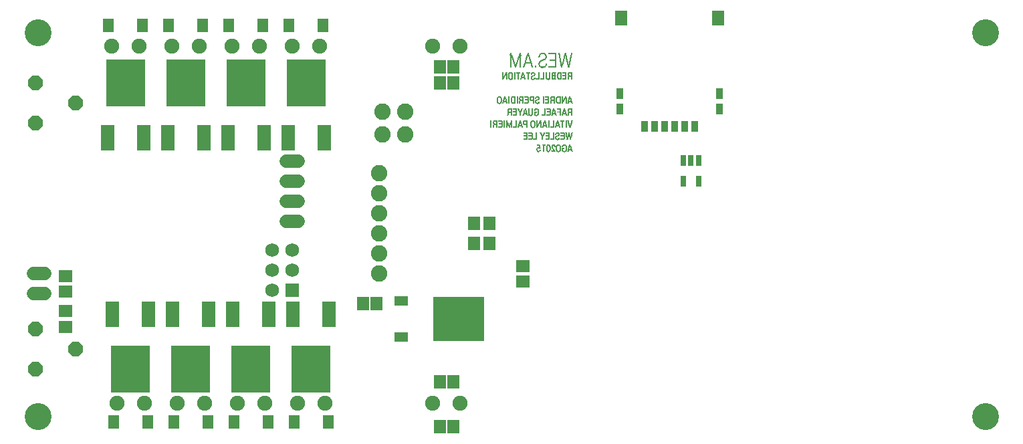
<source format=gbs>
G75*
G70*
%OFA0B0*%
%FSLAX24Y24*%
%IPPOS*%
%LPD*%
%AMOC8*
5,1,8,0,0,1.08239X$1,22.5*
%
%ADD10R,0.0080X0.0010*%
%ADD11R,0.0060X0.0010*%
%ADD12R,0.0070X0.0010*%
%ADD13R,0.0050X0.0010*%
%ADD14R,0.0130X0.0010*%
%ADD15R,0.0120X0.0010*%
%ADD16R,0.0200X0.0010*%
%ADD17R,0.0100X0.0010*%
%ADD18R,0.0110X0.0010*%
%ADD19R,0.0160X0.0010*%
%ADD20R,0.0150X0.0010*%
%ADD21R,0.0180X0.0010*%
%ADD22R,0.0140X0.0010*%
%ADD23R,0.0190X0.0010*%
%ADD24R,0.0040X0.0010*%
%ADD25R,0.0020X0.0010*%
%ADD26R,0.0090X0.0010*%
%ADD27R,0.0170X0.0010*%
%ADD28R,0.0030X0.0010*%
%ADD29R,0.0210X0.0010*%
%ADD30R,0.0230X0.0010*%
%ADD31R,0.0380X0.0010*%
%ADD32R,0.0260X0.0010*%
%ADD33R,0.0290X0.0010*%
%ADD34R,0.0360X0.0010*%
%ADD35R,0.0350X0.0010*%
%ADD36R,0.0340X0.0010*%
%ADD37R,0.0270X0.0010*%
%ADD38R,0.0240X0.0010*%
%ADD39C,0.1340*%
%ADD40R,0.0680X0.0680*%
%ADD41C,0.0680*%
%ADD42R,0.0580X0.0659*%
%ADD43R,0.0592X0.0710*%
%ADD44C,0.0749*%
%ADD45C,0.0674*%
%ADD46R,0.0710X0.0592*%
%ADD47OC8,0.0740*%
%ADD48C,0.0820*%
%ADD49R,0.0710X0.1261*%
%ADD50R,0.1980X0.2330*%
%ADD51R,0.2521X0.2206*%
%ADD52R,0.0710X0.0474*%
%ADD53R,0.0336X0.0533*%
%ADD54R,0.0631X0.0749*%
%ADD55R,0.0297X0.0552*%
%ADD56R,0.0592X0.0671*%
D10*
X032975Y019450D03*
X033265Y019450D03*
X033265Y019810D03*
X033545Y019770D03*
X033545Y019760D03*
X033545Y019750D03*
X033415Y020120D03*
X033415Y020130D03*
X033415Y020140D03*
X033415Y020150D03*
X033495Y020320D03*
X033495Y020330D03*
X033495Y020340D03*
X033545Y020710D03*
X032925Y020950D03*
X032925Y020960D03*
X032925Y020970D03*
X032285Y020970D03*
X032285Y020960D03*
X032285Y020950D03*
X032075Y020960D03*
X032075Y020970D03*
X031915Y020720D03*
X031915Y020710D03*
X031705Y020650D03*
X031705Y021010D03*
X031585Y021250D03*
X031875Y021250D03*
X031875Y021610D03*
X031915Y021850D03*
X031875Y022010D03*
X031965Y022060D03*
X032745Y021570D03*
X032745Y021560D03*
X032745Y021550D03*
X033265Y021550D03*
X033265Y021560D03*
X033265Y021570D03*
X033175Y021910D03*
X033175Y021920D03*
X033335Y022160D03*
X033335Y022170D03*
X033545Y022170D03*
X033545Y022160D03*
X033545Y022150D03*
X033455Y023070D03*
X033485Y023260D03*
X033475Y023350D03*
X033485Y023710D03*
X033485Y023720D03*
X033145Y023720D03*
X033145Y023730D03*
X033145Y023710D03*
X033145Y023700D03*
X032965Y023360D03*
X032945Y023340D03*
X032945Y023130D03*
X032965Y023110D03*
X032665Y023110D03*
X032655Y023130D03*
X032665Y023210D03*
X032675Y023270D03*
X032665Y023340D03*
X032675Y023360D03*
X032525Y023110D03*
X032515Y023100D03*
X032455Y023050D03*
X032385Y023100D03*
X031755Y023260D03*
X031665Y023210D03*
X031705Y023050D03*
X031205Y023350D03*
X031205Y023360D03*
X031205Y023370D03*
X030835Y023710D03*
X030835Y023720D03*
X030585Y023410D03*
X030375Y023370D03*
X030375Y023360D03*
X030215Y023120D03*
X030215Y023110D03*
X030585Y023050D03*
X030305Y022170D03*
X030305Y022160D03*
X030305Y022150D03*
X030025Y022210D03*
X030025Y021850D03*
X031065Y021420D03*
X031315Y021550D03*
X031315Y021560D03*
X031315Y021570D03*
X031065Y020970D03*
X031065Y020960D03*
X031065Y020950D03*
X030625Y020960D03*
X030625Y020970D03*
X030625Y020980D03*
X030405Y020980D03*
X030405Y020970D03*
X030405Y020960D03*
X030405Y020950D03*
X030515Y020730D03*
X030515Y020720D03*
X032185Y020220D03*
X032875Y020210D03*
X032965Y020260D03*
X032915Y020050D03*
X032975Y019810D03*
X032315Y023720D03*
X032045Y023720D03*
X032045Y023940D03*
X032305Y024080D03*
X032315Y024090D03*
X032325Y024100D03*
X032075Y024310D03*
X031455Y024320D03*
X031455Y024330D03*
X031065Y024330D03*
X031065Y024340D03*
X031065Y024350D03*
X030595Y024350D03*
X030595Y024360D03*
X033315Y024320D03*
X033315Y024310D03*
X033315Y024300D03*
D11*
X033315Y024340D03*
X033315Y024350D03*
X033315Y024360D03*
X033275Y024210D03*
X033265Y024170D03*
X033355Y024190D03*
X033365Y024150D03*
X033375Y024100D03*
X033385Y024060D03*
X033395Y024020D03*
X033405Y023980D03*
X033425Y023890D03*
X033435Y023850D03*
X033515Y023810D03*
X033525Y023850D03*
X033525Y023860D03*
X033525Y023870D03*
X033535Y023900D03*
X033535Y023910D03*
X033535Y023920D03*
X033545Y023950D03*
X033545Y023960D03*
X033545Y023970D03*
X033555Y024000D03*
X033555Y024010D03*
X033555Y024020D03*
X033565Y024050D03*
X033565Y024060D03*
X033565Y024070D03*
X033575Y024090D03*
X033575Y024100D03*
X033575Y024110D03*
X033575Y024120D03*
X033585Y024140D03*
X033585Y024150D03*
X033585Y024160D03*
X033585Y024170D03*
X033595Y024190D03*
X033595Y024200D03*
X033595Y024210D03*
X033595Y024220D03*
X033605Y024240D03*
X033605Y024250D03*
X033605Y024260D03*
X033605Y024270D03*
X033615Y024290D03*
X033615Y024300D03*
X033615Y024310D03*
X033615Y024320D03*
X033625Y024330D03*
X033625Y024340D03*
X033625Y024350D03*
X033625Y024360D03*
X033235Y024040D03*
X033225Y024000D03*
X033215Y023960D03*
X033205Y023910D03*
X033195Y023870D03*
X033105Y023840D03*
X033105Y023830D03*
X033095Y023880D03*
X033095Y023890D03*
X033085Y023930D03*
X033085Y023940D03*
X033075Y023980D03*
X033075Y023990D03*
X033065Y024020D03*
X033065Y024030D03*
X033065Y024040D03*
X033055Y024070D03*
X033055Y024080D03*
X033055Y024090D03*
X033045Y024120D03*
X033045Y024130D03*
X033045Y024140D03*
X033035Y024170D03*
X033035Y024180D03*
X033035Y024190D03*
X033025Y024220D03*
X033025Y024230D03*
X033025Y024240D03*
X033025Y024250D03*
X033015Y024260D03*
X033015Y024270D03*
X033015Y024280D03*
X033015Y024290D03*
X033015Y024300D03*
X033005Y024310D03*
X033005Y024320D03*
X033005Y024330D03*
X033005Y024340D03*
X033005Y024350D03*
X032995Y024360D03*
X032825Y024310D03*
X032825Y024300D03*
X032825Y024290D03*
X032825Y024280D03*
X032825Y024270D03*
X032825Y024260D03*
X032825Y024250D03*
X032825Y024240D03*
X032825Y024230D03*
X032825Y024220D03*
X032825Y024210D03*
X032825Y024200D03*
X032825Y024190D03*
X032825Y024180D03*
X032825Y024170D03*
X032825Y024160D03*
X032825Y024150D03*
X032825Y024140D03*
X032825Y024130D03*
X032825Y024120D03*
X032825Y024110D03*
X032825Y024100D03*
X032825Y024090D03*
X032825Y024080D03*
X032825Y024070D03*
X032825Y024060D03*
X032825Y024050D03*
X032825Y023990D03*
X032825Y023980D03*
X032825Y023970D03*
X032825Y023960D03*
X032825Y023950D03*
X032825Y023940D03*
X032825Y023930D03*
X032825Y023920D03*
X032825Y023910D03*
X032825Y023900D03*
X032825Y023890D03*
X032825Y023880D03*
X032825Y023870D03*
X032825Y023860D03*
X032825Y023850D03*
X032825Y023840D03*
X032825Y023830D03*
X032825Y023820D03*
X032825Y023810D03*
X032825Y023800D03*
X032825Y023790D03*
X032825Y023780D03*
X032825Y023770D03*
X032825Y023760D03*
X032825Y023750D03*
X032825Y023740D03*
X032825Y023730D03*
X032825Y023720D03*
X032825Y023710D03*
X033115Y023780D03*
X033145Y023680D03*
X033145Y023670D03*
X033145Y023660D03*
X033485Y023660D03*
X033485Y023670D03*
X033465Y023320D03*
X033465Y023300D03*
X032365Y023780D03*
X032365Y023790D03*
X032365Y023800D03*
X032375Y023830D03*
X032375Y023840D03*
X032375Y023850D03*
X032355Y023770D03*
X032345Y023750D03*
X032025Y023750D03*
X032015Y023770D03*
X032015Y023780D03*
X032005Y023790D03*
X032005Y023800D03*
X032005Y023810D03*
X032005Y023820D03*
X032005Y023830D03*
X032005Y023840D03*
X032005Y023850D03*
X032005Y023860D03*
X032005Y023870D03*
X032015Y023880D03*
X032015Y023890D03*
X032025Y023910D03*
X031835Y023730D03*
X031835Y023720D03*
X031835Y023710D03*
X031835Y023700D03*
X031835Y023690D03*
X031835Y023680D03*
X031835Y023670D03*
X031835Y023660D03*
X031675Y023660D03*
X031675Y023670D03*
X031675Y023680D03*
X031665Y023690D03*
X031665Y023700D03*
X031665Y023710D03*
X031655Y023720D03*
X031655Y023730D03*
X031655Y023740D03*
X031645Y023750D03*
X031645Y023760D03*
X031645Y023770D03*
X031635Y023790D03*
X031635Y023800D03*
X031625Y023820D03*
X031625Y023830D03*
X031615Y023860D03*
X031595Y023920D03*
X031595Y023930D03*
X031585Y023950D03*
X031585Y023960D03*
X031575Y023980D03*
X031575Y023990D03*
X031565Y024020D03*
X031555Y024050D03*
X031545Y024080D03*
X031545Y024090D03*
X031535Y024110D03*
X031535Y024120D03*
X031525Y024140D03*
X031525Y024150D03*
X031515Y024170D03*
X031515Y024180D03*
X031505Y024210D03*
X031495Y024240D03*
X031425Y024260D03*
X031415Y024230D03*
X031405Y024200D03*
X031395Y024170D03*
X031395Y024160D03*
X031385Y024140D03*
X031385Y024130D03*
X031375Y024110D03*
X031375Y024100D03*
X031365Y024070D03*
X031355Y024040D03*
X031345Y024010D03*
X031345Y024000D03*
X031335Y023980D03*
X031335Y023970D03*
X031325Y023950D03*
X031325Y023940D03*
X031315Y023920D03*
X031295Y023850D03*
X031295Y023840D03*
X031285Y023820D03*
X031285Y023810D03*
X031275Y023790D03*
X031275Y023780D03*
X031275Y023770D03*
X031265Y023760D03*
X031265Y023750D03*
X031265Y023740D03*
X031255Y023720D03*
X031255Y023710D03*
X031255Y023700D03*
X031245Y023690D03*
X031245Y023680D03*
X031245Y023670D03*
X031235Y023660D03*
X031205Y023410D03*
X031205Y023400D03*
X031205Y023390D03*
X031205Y023380D03*
X031635Y023350D03*
X031785Y023350D03*
X031785Y023290D03*
X031635Y023190D03*
X031625Y023160D03*
X031635Y023100D03*
X031645Y023090D03*
X031785Y023100D03*
X031845Y022150D03*
X031995Y022150D03*
X031995Y022090D03*
X031845Y021990D03*
X031835Y021960D03*
X031845Y021900D03*
X031855Y021890D03*
X031995Y021900D03*
X031955Y021560D03*
X031965Y021540D03*
X031805Y021560D03*
X031795Y021300D03*
X031665Y021320D03*
X031655Y021300D03*
X031645Y021290D03*
X031515Y021300D03*
X031505Y021310D03*
X031315Y021580D03*
X031315Y021590D03*
X031315Y021600D03*
X031315Y021610D03*
X031155Y021600D03*
X031145Y021580D03*
X031125Y021530D03*
X031005Y021510D03*
X030985Y021560D03*
X030975Y021580D03*
X030965Y021600D03*
X031025Y021860D03*
X031035Y021880D03*
X031045Y021980D03*
X031065Y022050D03*
X031045Y022150D03*
X030655Y022160D03*
X030645Y022150D03*
X030645Y021920D03*
X030655Y021910D03*
X030455Y021550D03*
X030475Y021450D03*
X030455Y021380D03*
X030445Y021280D03*
X030435Y021260D03*
X031065Y021010D03*
X031065Y021000D03*
X031065Y020990D03*
X031065Y020980D03*
X031235Y020960D03*
X031245Y020970D03*
X031235Y020850D03*
X031245Y020840D03*
X031625Y020950D03*
X031635Y020960D03*
X031765Y020970D03*
X031775Y020960D03*
X031775Y020700D03*
X031765Y020690D03*
X031635Y020700D03*
X031625Y020710D03*
X031905Y020680D03*
X031905Y020670D03*
X032085Y020400D03*
X032095Y020380D03*
X032105Y020360D03*
X032125Y020310D03*
X032245Y020330D03*
X032265Y020380D03*
X032275Y020400D03*
X032845Y020350D03*
X032995Y020350D03*
X032995Y020290D03*
X032845Y020190D03*
X032835Y020160D03*
X032845Y020100D03*
X032855Y020090D03*
X032995Y020100D03*
X033035Y019770D03*
X033045Y019760D03*
X032905Y019760D03*
X032895Y019750D03*
X032765Y019770D03*
X032715Y019810D03*
X032665Y019770D03*
X032655Y019760D03*
X032655Y019670D03*
X032665Y019650D03*
X032715Y019580D03*
X032735Y019550D03*
X032745Y019540D03*
X032765Y019510D03*
X032775Y019500D03*
X032895Y019510D03*
X032905Y019500D03*
X033035Y019490D03*
X033045Y019500D03*
X033185Y019500D03*
X033345Y019500D03*
X033355Y019520D03*
X033355Y019740D03*
X033345Y019760D03*
X033195Y019760D03*
X033545Y019780D03*
X033545Y019790D03*
X033545Y019800D03*
X033545Y019810D03*
X033415Y020080D03*
X033415Y020090D03*
X033415Y020100D03*
X033495Y020360D03*
X033495Y020370D03*
X033495Y020380D03*
X033545Y020680D03*
X033645Y020990D03*
X033445Y021010D03*
X033445Y021260D03*
X033455Y021280D03*
X033465Y021380D03*
X033485Y021450D03*
X033465Y021550D03*
X033265Y021580D03*
X033265Y021590D03*
X033265Y021600D03*
X033265Y021610D03*
X033165Y021870D03*
X033165Y021880D03*
X032905Y021910D03*
X032895Y021920D03*
X032895Y022150D03*
X032905Y022160D03*
X032605Y022150D03*
X032625Y022050D03*
X032605Y021980D03*
X032595Y021880D03*
X032585Y021860D03*
X032745Y021610D03*
X032745Y021600D03*
X032745Y021590D03*
X032745Y021580D03*
X031965Y021320D03*
X031955Y021300D03*
X032085Y021010D03*
X032085Y021000D03*
X032285Y021000D03*
X032285Y021010D03*
X032285Y020990D03*
X032285Y020980D03*
X032925Y020980D03*
X032925Y020990D03*
X032925Y021000D03*
X032925Y021010D03*
X031575Y022040D03*
X031565Y022050D03*
X031565Y022160D03*
X031575Y022170D03*
X030305Y022180D03*
X030305Y022190D03*
X030305Y022200D03*
X030305Y022210D03*
X030095Y022160D03*
X030085Y022170D03*
X029955Y022160D03*
X029945Y022150D03*
X029945Y021910D03*
X029955Y021900D03*
X030085Y021890D03*
X030095Y021900D03*
X029745Y020950D03*
X029765Y020850D03*
X029745Y020780D03*
X029735Y020680D03*
X029725Y020660D03*
X030515Y020690D03*
X030515Y020700D03*
X030515Y020710D03*
X031925Y019630D03*
X032035Y019640D03*
X032035Y019490D03*
X031935Y019490D03*
X032425Y019490D03*
X032475Y019450D03*
X032425Y019770D03*
X032475Y019810D03*
X033345Y022200D03*
X033345Y022210D03*
X033545Y022210D03*
X033545Y022200D03*
X033545Y022190D03*
X033545Y022180D03*
X030835Y023680D03*
X030835Y023690D03*
X030585Y023690D03*
X030585Y023700D03*
X030585Y023710D03*
X030585Y023720D03*
X030585Y023730D03*
X030585Y023740D03*
X030585Y023750D03*
X030585Y023760D03*
X030585Y023770D03*
X030585Y023780D03*
X030585Y023790D03*
X030585Y023800D03*
X030585Y023810D03*
X030585Y023820D03*
X030585Y023830D03*
X030585Y023840D03*
X030585Y023850D03*
X030585Y023860D03*
X030585Y023870D03*
X030585Y023880D03*
X030585Y023890D03*
X030585Y023900D03*
X030585Y023910D03*
X030585Y023920D03*
X030585Y023930D03*
X030585Y023940D03*
X030585Y023950D03*
X030585Y023960D03*
X030585Y023970D03*
X030585Y023980D03*
X030585Y023990D03*
X030585Y024000D03*
X030585Y024010D03*
X030585Y024020D03*
X030585Y024030D03*
X030585Y024040D03*
X030585Y024050D03*
X030585Y024060D03*
X030585Y024070D03*
X030585Y024080D03*
X030585Y024090D03*
X030585Y024100D03*
X030585Y024110D03*
X030585Y024120D03*
X030585Y024130D03*
X030585Y024140D03*
X030585Y024150D03*
X030585Y024160D03*
X030585Y024170D03*
X030585Y024180D03*
X030585Y024190D03*
X030585Y024200D03*
X030585Y024210D03*
X030585Y024220D03*
X030585Y024230D03*
X030655Y024220D03*
X030655Y024210D03*
X030665Y024180D03*
X030675Y024150D03*
X030685Y024120D03*
X030695Y024090D03*
X030705Y024060D03*
X030715Y024030D03*
X030725Y024000D03*
X030945Y024010D03*
X030955Y024040D03*
X030965Y024070D03*
X030975Y024100D03*
X030985Y024130D03*
X030995Y024160D03*
X031005Y024190D03*
X031015Y024220D03*
X031015Y024230D03*
X031455Y024350D03*
X031455Y024360D03*
X032015Y024230D03*
X032015Y024220D03*
X032015Y024210D03*
X032025Y024240D03*
X032025Y024250D03*
X032035Y024270D03*
X032335Y024270D03*
X032345Y024250D03*
X032345Y024240D03*
X032355Y024230D03*
X032355Y024220D03*
X032355Y024210D03*
X032355Y024200D03*
X032355Y024190D03*
X032355Y024180D03*
X032355Y024170D03*
X032355Y024160D03*
X032345Y024140D03*
X032345Y024130D03*
X030585Y023680D03*
X030585Y023670D03*
X030585Y023660D03*
X030645Y023370D03*
X030655Y023360D03*
X030515Y023360D03*
X030505Y023350D03*
X030385Y023400D03*
X030385Y023410D03*
X030505Y023110D03*
X030515Y023100D03*
X030645Y023090D03*
X030655Y023100D03*
X030205Y023080D03*
X030205Y023070D03*
D12*
X030210Y023090D03*
X030210Y023100D03*
X030520Y023090D03*
X030520Y023370D03*
X030380Y023380D03*
X030380Y023390D03*
X030830Y023700D03*
X031650Y023370D03*
X031710Y023410D03*
X031770Y023370D03*
X031770Y023270D03*
X031650Y023200D03*
X031770Y023090D03*
X032010Y023110D03*
X032010Y023120D03*
X032010Y023130D03*
X032010Y023140D03*
X032010Y023150D03*
X032010Y023160D03*
X032010Y023170D03*
X032010Y023180D03*
X032010Y023190D03*
X032010Y023200D03*
X032010Y023210D03*
X032010Y023220D03*
X032010Y023230D03*
X032010Y023240D03*
X032010Y023250D03*
X032010Y023260D03*
X032010Y023270D03*
X032010Y023280D03*
X032010Y023290D03*
X032010Y023300D03*
X032010Y023310D03*
X032010Y023320D03*
X032010Y023330D03*
X032010Y023340D03*
X032010Y023350D03*
X032010Y023360D03*
X032010Y023370D03*
X032010Y023380D03*
X032010Y023390D03*
X032010Y023400D03*
X032010Y023410D03*
X032240Y023410D03*
X032240Y023400D03*
X032240Y023390D03*
X032240Y023380D03*
X032240Y023370D03*
X032240Y023360D03*
X032240Y023350D03*
X032240Y023340D03*
X032240Y023330D03*
X032240Y023320D03*
X032240Y023310D03*
X032240Y023300D03*
X032240Y023290D03*
X032240Y023280D03*
X032240Y023270D03*
X032240Y023260D03*
X032240Y023250D03*
X032240Y023240D03*
X032240Y023230D03*
X032240Y023220D03*
X032240Y023210D03*
X032240Y023200D03*
X032240Y023190D03*
X032240Y023180D03*
X032240Y023170D03*
X032240Y023160D03*
X032240Y023150D03*
X032240Y023140D03*
X032240Y023130D03*
X032240Y023120D03*
X032240Y023110D03*
X032370Y023120D03*
X032370Y023130D03*
X032370Y023140D03*
X032370Y023150D03*
X032370Y023160D03*
X032370Y023170D03*
X032370Y023180D03*
X032370Y023190D03*
X032370Y023200D03*
X032370Y023210D03*
X032370Y023220D03*
X032370Y023230D03*
X032370Y023240D03*
X032370Y023250D03*
X032370Y023260D03*
X032370Y023270D03*
X032370Y023280D03*
X032370Y023290D03*
X032370Y023300D03*
X032370Y023310D03*
X032370Y023320D03*
X032370Y023330D03*
X032370Y023340D03*
X032370Y023350D03*
X032370Y023360D03*
X032370Y023370D03*
X032370Y023380D03*
X032370Y023390D03*
X032370Y023400D03*
X032370Y023410D03*
X032540Y023410D03*
X032540Y023400D03*
X032540Y023390D03*
X032540Y023380D03*
X032540Y023370D03*
X032540Y023360D03*
X032540Y023350D03*
X032540Y023340D03*
X032540Y023330D03*
X032540Y023320D03*
X032540Y023310D03*
X032540Y023300D03*
X032540Y023290D03*
X032540Y023280D03*
X032540Y023270D03*
X032540Y023260D03*
X032540Y023250D03*
X032540Y023240D03*
X032540Y023230D03*
X032540Y023220D03*
X032540Y023210D03*
X032540Y023200D03*
X032540Y023190D03*
X032540Y023180D03*
X032540Y023170D03*
X032540Y023160D03*
X032540Y023150D03*
X032540Y023140D03*
X032530Y023130D03*
X032530Y023120D03*
X032650Y023140D03*
X032650Y023150D03*
X032650Y023160D03*
X032650Y023170D03*
X032650Y023180D03*
X032660Y023190D03*
X032660Y023200D03*
X032660Y023120D03*
X032810Y023120D03*
X032810Y023110D03*
X032810Y023130D03*
X032810Y023140D03*
X032810Y023150D03*
X032810Y023160D03*
X032810Y023170D03*
X032810Y023180D03*
X032810Y023190D03*
X032810Y023200D03*
X032810Y023210D03*
X032810Y023270D03*
X032810Y023280D03*
X032810Y023290D03*
X032810Y023300D03*
X032810Y023310D03*
X032810Y023320D03*
X032810Y023330D03*
X032810Y023340D03*
X032810Y023350D03*
X032810Y023360D03*
X032930Y023310D03*
X032930Y023300D03*
X032930Y023290D03*
X032930Y023280D03*
X032930Y023270D03*
X032930Y023260D03*
X032930Y023250D03*
X032930Y023240D03*
X032930Y023230D03*
X032930Y023220D03*
X032930Y023210D03*
X032930Y023200D03*
X032930Y023190D03*
X032930Y023180D03*
X032930Y023170D03*
X032930Y023160D03*
X032940Y023150D03*
X032940Y023140D03*
X032950Y023120D03*
X033090Y023120D03*
X033090Y023110D03*
X033090Y023130D03*
X033090Y023140D03*
X033090Y023150D03*
X033090Y023160D03*
X033090Y023170D03*
X033090Y023180D03*
X033090Y023190D03*
X033090Y023200D03*
X033090Y023210D03*
X033090Y023220D03*
X033090Y023230D03*
X033090Y023240D03*
X033090Y023250D03*
X033090Y023260D03*
X033090Y023270D03*
X033090Y023280D03*
X033090Y023290D03*
X033090Y023300D03*
X033090Y023310D03*
X033090Y023320D03*
X033090Y023330D03*
X033090Y023340D03*
X033090Y023350D03*
X033090Y023360D03*
X032950Y023350D03*
X032940Y023330D03*
X032940Y023320D03*
X032670Y023350D03*
X032660Y023330D03*
X032660Y023320D03*
X032660Y023310D03*
X032660Y023300D03*
X032670Y023290D03*
X032670Y023280D03*
X032380Y023110D03*
X032330Y023730D03*
X032340Y023740D03*
X032350Y023760D03*
X032040Y023730D03*
X032030Y023740D03*
X032020Y023760D03*
X032020Y023900D03*
X032030Y023920D03*
X032040Y023930D03*
X032030Y024260D03*
X032040Y024280D03*
X032050Y024290D03*
X032060Y024300D03*
X032310Y024300D03*
X032320Y024290D03*
X032330Y024280D03*
X032340Y024260D03*
X032350Y024150D03*
X032340Y024120D03*
X032330Y024110D03*
X031460Y024340D03*
X031070Y024360D03*
X033140Y023690D03*
X033480Y023690D03*
X033480Y023700D03*
X033480Y023680D03*
X033470Y023340D03*
X033470Y023330D03*
X033460Y023310D03*
X033470Y023290D03*
X033470Y023280D03*
X033470Y023270D03*
X033480Y023200D03*
X033470Y023190D03*
X033470Y023180D03*
X033460Y023170D03*
X033460Y023160D03*
X033460Y023150D03*
X033460Y023140D03*
X033460Y023130D03*
X033460Y023120D03*
X033460Y023110D03*
X033460Y023100D03*
X033460Y023090D03*
X033460Y023080D03*
X033450Y023060D03*
X033340Y023110D03*
X033340Y023120D03*
X033340Y023130D03*
X033340Y023140D03*
X033340Y023150D03*
X033340Y023160D03*
X033340Y023170D03*
X033340Y023180D03*
X033340Y023190D03*
X033340Y023200D03*
X033340Y023210D03*
X033340Y023270D03*
X033340Y023280D03*
X033340Y023290D03*
X033340Y023300D03*
X033340Y023310D03*
X033340Y023320D03*
X033340Y023330D03*
X033340Y023340D03*
X033340Y023350D03*
X033340Y023360D03*
X033620Y023360D03*
X033620Y023350D03*
X033620Y023340D03*
X033620Y023330D03*
X033620Y023320D03*
X033620Y023310D03*
X033620Y023300D03*
X033620Y023290D03*
X033620Y023280D03*
X033620Y023270D03*
X033620Y023260D03*
X033620Y023200D03*
X033620Y023190D03*
X033620Y023180D03*
X033620Y023170D03*
X033620Y023160D03*
X033620Y023150D03*
X033620Y023140D03*
X033620Y023130D03*
X033620Y023120D03*
X033620Y023110D03*
X033620Y023100D03*
X033620Y023090D03*
X033620Y023080D03*
X033620Y023070D03*
X033620Y023060D03*
X033340Y022190D03*
X033340Y022180D03*
X033170Y021900D03*
X033170Y021890D03*
X032910Y021900D03*
X032910Y022170D03*
X032620Y022170D03*
X032620Y022000D03*
X031980Y022070D03*
X031980Y022170D03*
X031920Y022210D03*
X031860Y022170D03*
X031860Y022000D03*
X031980Y021890D03*
X031940Y021570D03*
X031820Y021570D03*
X031810Y021290D03*
X031940Y021290D03*
X032080Y020990D03*
X032080Y020980D03*
X031910Y020700D03*
X031910Y020690D03*
X031640Y020690D03*
X031640Y020970D03*
X031520Y021290D03*
X031060Y021400D03*
X031060Y021410D03*
X030630Y021010D03*
X030630Y021000D03*
X030630Y020990D03*
X030400Y020990D03*
X030400Y021000D03*
X030400Y021010D03*
X030470Y021400D03*
X030470Y021570D03*
X030660Y021900D03*
X030660Y022170D03*
X031060Y022170D03*
X031060Y022000D03*
X029960Y021890D03*
X029960Y022170D03*
X029760Y020970D03*
X029760Y020800D03*
X031930Y019640D03*
X031980Y019450D03*
X032910Y019490D03*
X032910Y019770D03*
X033210Y019770D03*
X033330Y019770D03*
X033330Y019490D03*
X033200Y019490D03*
X032980Y020090D03*
X032860Y020200D03*
X032980Y020270D03*
X032980Y020370D03*
X032920Y020410D03*
X032860Y020370D03*
X033410Y020110D03*
X033580Y020110D03*
X033580Y020120D03*
X033580Y020130D03*
X033580Y020100D03*
X033580Y020090D03*
X033500Y020350D03*
X033550Y020690D03*
X033550Y020700D03*
X033480Y021400D03*
X033480Y021570D03*
X032180Y020210D03*
X032180Y020200D03*
X033310Y024330D03*
D13*
X033280Y024250D03*
X033280Y024240D03*
X033280Y024230D03*
X033280Y024220D03*
X033270Y024200D03*
X033270Y024190D03*
X033270Y024180D03*
X033260Y024160D03*
X033260Y024150D03*
X033260Y024140D03*
X033260Y024130D03*
X033250Y024120D03*
X033250Y024110D03*
X033250Y024100D03*
X033250Y024090D03*
X033240Y024080D03*
X033240Y024070D03*
X033240Y024060D03*
X033240Y024050D03*
X033230Y024030D03*
X033230Y024020D03*
X033230Y024010D03*
X033220Y023990D03*
X033220Y023980D03*
X033220Y023970D03*
X033210Y023950D03*
X033210Y023940D03*
X033210Y023930D03*
X033210Y023920D03*
X033200Y023900D03*
X033200Y023890D03*
X033200Y023880D03*
X033190Y023860D03*
X033190Y023850D03*
X033190Y023840D03*
X033190Y023830D03*
X033180Y023820D03*
X033180Y023810D03*
X033180Y023800D03*
X033180Y023790D03*
X033110Y023790D03*
X033110Y023800D03*
X033110Y023810D03*
X033110Y023820D03*
X033100Y023850D03*
X033100Y023860D03*
X033100Y023870D03*
X033090Y023900D03*
X033090Y023910D03*
X033090Y023920D03*
X033080Y023950D03*
X033080Y023960D03*
X033080Y023970D03*
X033070Y024000D03*
X033070Y024010D03*
X033060Y024050D03*
X033060Y024060D03*
X033050Y024100D03*
X033050Y024110D03*
X033040Y024150D03*
X033040Y024160D03*
X033030Y024200D03*
X033030Y024210D03*
X033340Y024240D03*
X033340Y024250D03*
X033350Y024230D03*
X033350Y024220D03*
X033350Y024210D03*
X033350Y024200D03*
X033360Y024180D03*
X033360Y024170D03*
X033360Y024160D03*
X033370Y024140D03*
X033370Y024130D03*
X033370Y024120D03*
X033370Y024110D03*
X033380Y024090D03*
X033380Y024080D03*
X033380Y024070D03*
X033390Y024050D03*
X033390Y024040D03*
X033390Y024030D03*
X033400Y024010D03*
X033400Y024000D03*
X033400Y023990D03*
X033410Y023970D03*
X033410Y023960D03*
X033410Y023950D03*
X033410Y023940D03*
X033420Y023930D03*
X033420Y023920D03*
X033420Y023910D03*
X033420Y023900D03*
X033430Y023880D03*
X033430Y023870D03*
X033430Y023860D03*
X033440Y023840D03*
X033440Y023830D03*
X033440Y023820D03*
X033440Y023810D03*
X033450Y023800D03*
X033450Y023790D03*
X033450Y023780D03*
X033450Y023770D03*
X033510Y023770D03*
X033510Y023780D03*
X033510Y023790D03*
X033510Y023800D03*
X033520Y023820D03*
X033520Y023830D03*
X033520Y023840D03*
X033530Y023880D03*
X033530Y023890D03*
X033540Y023930D03*
X033540Y023940D03*
X033550Y023980D03*
X033550Y023990D03*
X033560Y024030D03*
X033560Y024040D03*
X033570Y024080D03*
X033580Y024130D03*
X033590Y024180D03*
X033600Y024230D03*
X033610Y024280D03*
X032370Y023820D03*
X032370Y023810D03*
X032010Y024170D03*
X032010Y024180D03*
X032010Y024190D03*
X032010Y024200D03*
X031560Y024040D03*
X031560Y024030D03*
X031570Y024010D03*
X031570Y024000D03*
X031580Y023970D03*
X031590Y023940D03*
X031620Y023850D03*
X031620Y023840D03*
X031630Y023810D03*
X031640Y023780D03*
X031550Y024060D03*
X031550Y024070D03*
X031540Y024100D03*
X031530Y024130D03*
X031520Y024160D03*
X031510Y024190D03*
X031510Y024200D03*
X031500Y024220D03*
X031500Y024230D03*
X031490Y024250D03*
X031490Y024260D03*
X031420Y024250D03*
X031420Y024240D03*
X031410Y024220D03*
X031410Y024210D03*
X031400Y024190D03*
X031400Y024180D03*
X031390Y024150D03*
X031380Y024120D03*
X031370Y024090D03*
X031370Y024080D03*
X031360Y024060D03*
X031360Y024050D03*
X031350Y024030D03*
X031350Y024020D03*
X031340Y023990D03*
X031330Y023960D03*
X031320Y023930D03*
X031300Y023860D03*
X031290Y023830D03*
X031280Y023800D03*
X031260Y023730D03*
X031080Y023730D03*
X031080Y023740D03*
X031080Y023750D03*
X031080Y023760D03*
X031080Y023770D03*
X031080Y023780D03*
X031080Y023790D03*
X031080Y023800D03*
X031080Y023810D03*
X031080Y023820D03*
X031080Y023830D03*
X031080Y023840D03*
X031080Y023850D03*
X031080Y023860D03*
X031080Y023870D03*
X031080Y023880D03*
X031080Y023890D03*
X031080Y023900D03*
X031080Y023910D03*
X031080Y023920D03*
X031080Y023930D03*
X031080Y023940D03*
X031080Y023950D03*
X031080Y023960D03*
X031080Y023970D03*
X031080Y023980D03*
X031080Y023990D03*
X031080Y024000D03*
X031080Y024010D03*
X031080Y024020D03*
X031080Y024030D03*
X031080Y024040D03*
X031080Y024050D03*
X031080Y024060D03*
X031080Y024070D03*
X031080Y024080D03*
X031080Y024090D03*
X031080Y024100D03*
X031080Y024110D03*
X031080Y024120D03*
X031080Y024130D03*
X031080Y024140D03*
X031080Y024150D03*
X031080Y024160D03*
X031080Y024170D03*
X031080Y024180D03*
X031080Y024190D03*
X031080Y024200D03*
X031080Y024210D03*
X031080Y024220D03*
X031080Y024230D03*
X031080Y024240D03*
X031020Y024240D03*
X031010Y024210D03*
X031010Y024200D03*
X031000Y024180D03*
X031000Y024170D03*
X030990Y024150D03*
X030990Y024140D03*
X030980Y024120D03*
X030980Y024110D03*
X030970Y024090D03*
X030970Y024080D03*
X030960Y024060D03*
X030960Y024050D03*
X030950Y024030D03*
X030950Y024020D03*
X030940Y024000D03*
X030940Y023990D03*
X030940Y023980D03*
X030930Y023970D03*
X030930Y023960D03*
X030930Y023950D03*
X030920Y023940D03*
X030920Y023930D03*
X030920Y023920D03*
X030910Y023910D03*
X030910Y023900D03*
X030910Y023890D03*
X030900Y023880D03*
X030900Y023870D03*
X030900Y023860D03*
X030890Y023850D03*
X030890Y023840D03*
X030890Y023830D03*
X030880Y023820D03*
X030880Y023810D03*
X030880Y023800D03*
X030870Y023790D03*
X030870Y023780D03*
X030870Y023770D03*
X030860Y023750D03*
X030800Y023760D03*
X030800Y023770D03*
X030800Y023780D03*
X030790Y023790D03*
X030790Y023800D03*
X030790Y023810D03*
X030780Y023820D03*
X030780Y023830D03*
X030780Y023840D03*
X030770Y023850D03*
X030770Y023860D03*
X030770Y023870D03*
X030760Y023880D03*
X030760Y023890D03*
X030760Y023900D03*
X030750Y023910D03*
X030750Y023920D03*
X030750Y023930D03*
X030740Y023940D03*
X030740Y023950D03*
X030740Y023960D03*
X030730Y023970D03*
X030730Y023980D03*
X030730Y023990D03*
X030720Y024010D03*
X030720Y024020D03*
X030710Y024040D03*
X030710Y024050D03*
X030700Y024070D03*
X030700Y024080D03*
X030690Y024100D03*
X030690Y024110D03*
X030680Y024130D03*
X030680Y024140D03*
X030670Y024160D03*
X030670Y024170D03*
X030660Y024190D03*
X030660Y024200D03*
X030650Y024230D03*
X030830Y023670D03*
X031080Y023670D03*
X031080Y023680D03*
X031080Y023690D03*
X031080Y023700D03*
X031080Y023710D03*
X031080Y023720D03*
X031080Y023660D03*
X030980Y023370D03*
X030980Y023360D03*
X030980Y023350D03*
X030980Y023340D03*
X030980Y023330D03*
X030980Y023320D03*
X030980Y023310D03*
X030980Y023300D03*
X030980Y023290D03*
X030980Y023280D03*
X030980Y023270D03*
X030980Y023260D03*
X030980Y023250D03*
X030980Y023240D03*
X030980Y023230D03*
X030980Y023220D03*
X030980Y023210D03*
X030980Y023200D03*
X030980Y023190D03*
X030980Y023180D03*
X030980Y023170D03*
X030980Y023160D03*
X030980Y023150D03*
X030980Y023140D03*
X030980Y023130D03*
X030980Y023120D03*
X030980Y023110D03*
X030980Y023100D03*
X030980Y023090D03*
X030980Y023080D03*
X030980Y023070D03*
X030980Y023060D03*
X031100Y023060D03*
X031100Y023070D03*
X031110Y023080D03*
X031110Y023090D03*
X031110Y023100D03*
X031110Y023110D03*
X031120Y023120D03*
X031120Y023130D03*
X031120Y023140D03*
X031140Y023190D03*
X031140Y023200D03*
X031140Y023210D03*
X031150Y023230D03*
X031150Y023240D03*
X031160Y023260D03*
X031160Y023270D03*
X031170Y023300D03*
X031170Y023310D03*
X031180Y023330D03*
X031240Y023310D03*
X031240Y023300D03*
X031250Y023280D03*
X031250Y023270D03*
X031250Y023260D03*
X031260Y023240D03*
X031260Y023230D03*
X031270Y023210D03*
X031270Y023200D03*
X031270Y023190D03*
X031290Y023140D03*
X031290Y023130D03*
X031290Y023120D03*
X031300Y023110D03*
X031300Y023100D03*
X031300Y023090D03*
X031310Y023080D03*
X031310Y023070D03*
X031310Y023060D03*
X031450Y023060D03*
X031450Y023070D03*
X031450Y023080D03*
X031450Y023090D03*
X031450Y023100D03*
X031450Y023110D03*
X031450Y023120D03*
X031450Y023130D03*
X031450Y023140D03*
X031450Y023150D03*
X031450Y023160D03*
X031450Y023170D03*
X031450Y023180D03*
X031450Y023190D03*
X031450Y023200D03*
X031450Y023210D03*
X031450Y023220D03*
X031450Y023230D03*
X031450Y023240D03*
X031450Y023250D03*
X031450Y023260D03*
X031450Y023270D03*
X031450Y023280D03*
X031450Y023290D03*
X031450Y023300D03*
X031450Y023310D03*
X031450Y023320D03*
X031450Y023330D03*
X031450Y023340D03*
X031450Y023350D03*
X031450Y023360D03*
X031450Y023370D03*
X031630Y023340D03*
X031630Y023330D03*
X031640Y023360D03*
X031780Y023360D03*
X031790Y023340D03*
X031790Y023330D03*
X031790Y023320D03*
X031790Y023310D03*
X031790Y023300D03*
X031780Y023280D03*
X031800Y023150D03*
X031800Y023140D03*
X031800Y023130D03*
X031800Y023120D03*
X031790Y023110D03*
X031630Y023110D03*
X031630Y023120D03*
X031620Y023130D03*
X031620Y023140D03*
X031620Y023150D03*
X031630Y023170D03*
X031630Y023180D03*
X030790Y023180D03*
X030790Y023190D03*
X030790Y023200D03*
X030790Y023210D03*
X030790Y023220D03*
X030790Y023230D03*
X030790Y023240D03*
X030790Y023250D03*
X030790Y023260D03*
X030790Y023270D03*
X030790Y023280D03*
X030790Y023290D03*
X030790Y023300D03*
X030790Y023310D03*
X030790Y023320D03*
X030790Y023330D03*
X030790Y023340D03*
X030790Y023350D03*
X030790Y023360D03*
X030790Y023370D03*
X030790Y023380D03*
X030790Y023390D03*
X030790Y023400D03*
X030790Y023410D03*
X030670Y023340D03*
X030670Y023330D03*
X030670Y023320D03*
X030680Y023310D03*
X030680Y023300D03*
X030680Y023290D03*
X030680Y023280D03*
X030680Y023270D03*
X030680Y023260D03*
X030680Y023250D03*
X030680Y023240D03*
X030680Y023230D03*
X030680Y023220D03*
X030680Y023210D03*
X030680Y023200D03*
X030680Y023190D03*
X030680Y023180D03*
X030680Y023170D03*
X030680Y023160D03*
X030680Y023150D03*
X030670Y023140D03*
X030670Y023130D03*
X030670Y023120D03*
X030660Y023110D03*
X030790Y023110D03*
X030790Y023120D03*
X030790Y023130D03*
X030790Y023140D03*
X030790Y023150D03*
X030790Y023160D03*
X030790Y023170D03*
X030790Y023100D03*
X030790Y023090D03*
X030790Y023080D03*
X030790Y023070D03*
X030790Y023060D03*
X030500Y023120D03*
X030500Y023130D03*
X030490Y023140D03*
X030490Y023150D03*
X030490Y023160D03*
X030490Y023170D03*
X030490Y023180D03*
X030490Y023190D03*
X030490Y023200D03*
X030490Y023210D03*
X030490Y023220D03*
X030490Y023230D03*
X030490Y023240D03*
X030490Y023250D03*
X030490Y023260D03*
X030490Y023270D03*
X030490Y023280D03*
X030490Y023290D03*
X030490Y023300D03*
X030490Y023310D03*
X030490Y023320D03*
X030500Y023330D03*
X030500Y023340D03*
X030390Y023320D03*
X030390Y023310D03*
X030390Y023300D03*
X030390Y023290D03*
X030390Y023280D03*
X030390Y023270D03*
X030390Y023260D03*
X030390Y023250D03*
X030390Y023240D03*
X030390Y023230D03*
X030390Y023220D03*
X030390Y023210D03*
X030390Y023200D03*
X030390Y023190D03*
X030390Y023180D03*
X030390Y023170D03*
X030390Y023160D03*
X030390Y023150D03*
X030390Y023140D03*
X030390Y023130D03*
X030390Y023120D03*
X030390Y023110D03*
X030390Y023100D03*
X030390Y023090D03*
X030390Y023080D03*
X030390Y023070D03*
X030390Y023060D03*
X030260Y023170D03*
X030270Y023190D03*
X030280Y023210D03*
X030290Y023230D03*
X030300Y023250D03*
X030310Y023270D03*
X030320Y023290D03*
X030330Y023310D03*
X030200Y023310D03*
X030200Y023320D03*
X030200Y023330D03*
X030200Y023340D03*
X030200Y023350D03*
X030200Y023360D03*
X030200Y023370D03*
X030200Y023380D03*
X030200Y023390D03*
X030200Y023400D03*
X030200Y023410D03*
X030200Y023300D03*
X030200Y023290D03*
X030200Y023280D03*
X030200Y023270D03*
X030200Y023260D03*
X030200Y023250D03*
X030200Y023240D03*
X030200Y023230D03*
X030200Y023220D03*
X030200Y023210D03*
X030200Y023200D03*
X030200Y023190D03*
X030200Y023180D03*
X030200Y023170D03*
X030200Y023160D03*
X030200Y023060D03*
X030660Y023350D03*
X030510Y022210D03*
X030510Y022200D03*
X030510Y022190D03*
X030510Y022180D03*
X030510Y022170D03*
X030510Y022160D03*
X030510Y022150D03*
X030510Y022140D03*
X030510Y022130D03*
X030510Y022120D03*
X030510Y022110D03*
X030510Y022100D03*
X030510Y022090D03*
X030510Y022080D03*
X030510Y022070D03*
X030510Y022060D03*
X030510Y022050D03*
X030510Y022040D03*
X030510Y022030D03*
X030510Y022020D03*
X030510Y022010D03*
X030510Y022000D03*
X030510Y021990D03*
X030510Y021980D03*
X030510Y021970D03*
X030510Y021960D03*
X030510Y021950D03*
X030510Y021940D03*
X030510Y021930D03*
X030510Y021920D03*
X030510Y021910D03*
X030510Y021900D03*
X030510Y021890D03*
X030510Y021880D03*
X030510Y021870D03*
X030510Y021860D03*
X030410Y021860D03*
X030410Y021870D03*
X030410Y021880D03*
X030400Y021890D03*
X030400Y021900D03*
X030400Y021910D03*
X030390Y021920D03*
X030390Y021930D03*
X030390Y021940D03*
X030370Y021990D03*
X030370Y022000D03*
X030370Y022010D03*
X030360Y022030D03*
X030360Y022040D03*
X030350Y022060D03*
X030350Y022070D03*
X030350Y022080D03*
X030340Y022100D03*
X030340Y022110D03*
X030280Y022130D03*
X030270Y022110D03*
X030270Y022100D03*
X030260Y022070D03*
X030260Y022060D03*
X030250Y022040D03*
X030250Y022030D03*
X030240Y022010D03*
X030240Y022000D03*
X030240Y021990D03*
X030220Y021940D03*
X030220Y021930D03*
X030220Y021920D03*
X030210Y021910D03*
X030210Y021900D03*
X030210Y021890D03*
X030210Y021880D03*
X030200Y021870D03*
X030200Y021860D03*
X030110Y021920D03*
X030110Y021930D03*
X030110Y021940D03*
X030120Y021950D03*
X030120Y021960D03*
X030120Y021970D03*
X030120Y021980D03*
X030120Y021990D03*
X030120Y022000D03*
X030120Y022010D03*
X030120Y022020D03*
X030120Y022030D03*
X030120Y022040D03*
X030120Y022050D03*
X030120Y022060D03*
X030120Y022070D03*
X030120Y022080D03*
X030120Y022090D03*
X030120Y022100D03*
X030120Y022110D03*
X030110Y022120D03*
X030110Y022130D03*
X030110Y022140D03*
X030100Y022150D03*
X029940Y022140D03*
X029940Y022130D03*
X029930Y022120D03*
X029930Y022110D03*
X029930Y022100D03*
X029930Y022090D03*
X029930Y022080D03*
X029930Y022070D03*
X029930Y022060D03*
X029930Y022050D03*
X029930Y022040D03*
X029930Y022030D03*
X029930Y022020D03*
X029930Y022010D03*
X029930Y022000D03*
X029930Y021990D03*
X029930Y021980D03*
X029930Y021970D03*
X029930Y021960D03*
X029930Y021950D03*
X029930Y021940D03*
X029940Y021930D03*
X029940Y021920D03*
X030100Y021910D03*
X030460Y021560D03*
X030450Y021540D03*
X030450Y021530D03*
X030450Y021520D03*
X030450Y021510D03*
X030450Y021500D03*
X030450Y021490D03*
X030450Y021480D03*
X030460Y021470D03*
X030460Y021460D03*
X030460Y021390D03*
X030450Y021370D03*
X030450Y021360D03*
X030450Y021350D03*
X030450Y021340D03*
X030450Y021330D03*
X030450Y021320D03*
X030450Y021310D03*
X030450Y021300D03*
X030450Y021290D03*
X030440Y021270D03*
X030620Y021270D03*
X030620Y021280D03*
X030620Y021290D03*
X030620Y021300D03*
X030620Y021310D03*
X030620Y021320D03*
X030620Y021330D03*
X030620Y021340D03*
X030620Y021350D03*
X030620Y021360D03*
X030620Y021370D03*
X030620Y021380D03*
X030620Y021390D03*
X030620Y021400D03*
X030620Y021450D03*
X030620Y021460D03*
X030620Y021470D03*
X030620Y021480D03*
X030620Y021490D03*
X030620Y021500D03*
X030620Y021510D03*
X030620Y021520D03*
X030620Y021530D03*
X030620Y021540D03*
X030620Y021550D03*
X030620Y021560D03*
X030620Y021570D03*
X030870Y021570D03*
X030870Y021560D03*
X030870Y021550D03*
X030870Y021540D03*
X030870Y021530D03*
X030870Y021520D03*
X030870Y021510D03*
X030870Y021500D03*
X030870Y021490D03*
X030870Y021480D03*
X030870Y021470D03*
X030870Y021420D03*
X030870Y021410D03*
X030870Y021400D03*
X030870Y021390D03*
X030870Y021380D03*
X030870Y021370D03*
X030870Y021360D03*
X030870Y021350D03*
X030870Y021340D03*
X030870Y021330D03*
X030870Y021320D03*
X030870Y021310D03*
X030870Y021300D03*
X031060Y021300D03*
X031060Y021310D03*
X031060Y021320D03*
X031060Y021330D03*
X031060Y021340D03*
X031060Y021350D03*
X031060Y021360D03*
X031060Y021370D03*
X031060Y021380D03*
X031060Y021390D03*
X031030Y021450D03*
X031030Y021460D03*
X031020Y021470D03*
X031020Y021480D03*
X031010Y021490D03*
X031010Y021500D03*
X031000Y021520D03*
X031000Y021530D03*
X030990Y021540D03*
X030990Y021550D03*
X030980Y021570D03*
X030970Y021590D03*
X030960Y021610D03*
X031130Y021550D03*
X031130Y021540D03*
X031140Y021560D03*
X031140Y021570D03*
X031150Y021590D03*
X031160Y021610D03*
X031120Y021520D03*
X031120Y021510D03*
X031110Y021500D03*
X031110Y021490D03*
X031100Y021480D03*
X031100Y021470D03*
X031090Y021460D03*
X031090Y021450D03*
X031060Y021290D03*
X031060Y021280D03*
X031060Y021270D03*
X031060Y021260D03*
X031210Y021260D03*
X031210Y021270D03*
X031220Y021280D03*
X031220Y021290D03*
X031220Y021300D03*
X031220Y021310D03*
X031230Y021320D03*
X031230Y021330D03*
X031230Y021340D03*
X031250Y021390D03*
X031250Y021400D03*
X031250Y021410D03*
X031260Y021430D03*
X031260Y021440D03*
X031270Y021460D03*
X031270Y021470D03*
X031280Y021500D03*
X031280Y021510D03*
X031290Y021530D03*
X031350Y021510D03*
X031350Y021500D03*
X031360Y021480D03*
X031360Y021470D03*
X031360Y021460D03*
X031370Y021440D03*
X031370Y021430D03*
X031380Y021410D03*
X031380Y021400D03*
X031380Y021390D03*
X031400Y021340D03*
X031400Y021330D03*
X031400Y021320D03*
X031410Y021310D03*
X031410Y021300D03*
X031410Y021290D03*
X031420Y021280D03*
X031420Y021270D03*
X031420Y021260D03*
X031500Y021320D03*
X031500Y021330D03*
X031500Y021340D03*
X031490Y021360D03*
X031490Y021370D03*
X031490Y021380D03*
X031490Y021390D03*
X031490Y021400D03*
X031490Y021410D03*
X031490Y021420D03*
X031490Y021430D03*
X031490Y021440D03*
X031490Y021450D03*
X031490Y021460D03*
X031490Y021470D03*
X031490Y021480D03*
X031490Y021490D03*
X031490Y021500D03*
X031490Y021510D03*
X031490Y021520D03*
X031490Y021530D03*
X031490Y021540D03*
X031490Y021550D03*
X031490Y021560D03*
X031490Y021570D03*
X031490Y021580D03*
X031490Y021590D03*
X031490Y021600D03*
X031490Y021610D03*
X031670Y021610D03*
X031670Y021600D03*
X031670Y021590D03*
X031670Y021580D03*
X031670Y021570D03*
X031670Y021560D03*
X031670Y021550D03*
X031670Y021540D03*
X031670Y021530D03*
X031670Y021520D03*
X031670Y021510D03*
X031670Y021500D03*
X031670Y021490D03*
X031670Y021480D03*
X031670Y021470D03*
X031670Y021460D03*
X031670Y021450D03*
X031670Y021440D03*
X031670Y021430D03*
X031670Y021420D03*
X031670Y021410D03*
X031670Y021400D03*
X031670Y021390D03*
X031670Y021380D03*
X031670Y021370D03*
X031670Y021360D03*
X031670Y021350D03*
X031670Y021340D03*
X031670Y021330D03*
X031660Y021310D03*
X031790Y021310D03*
X031790Y021320D03*
X031790Y021330D03*
X031790Y021340D03*
X031790Y021350D03*
X031790Y021360D03*
X031790Y021370D03*
X031790Y021380D03*
X031790Y021390D03*
X031790Y021510D03*
X031790Y021520D03*
X031790Y021530D03*
X031800Y021540D03*
X031800Y021550D03*
X031960Y021550D03*
X031970Y021530D03*
X031970Y021520D03*
X031970Y021510D03*
X031980Y021490D03*
X031980Y021480D03*
X031980Y021470D03*
X031980Y021460D03*
X031980Y021450D03*
X031980Y021440D03*
X031980Y021430D03*
X031980Y021420D03*
X031980Y021410D03*
X031980Y021400D03*
X031980Y021390D03*
X031980Y021380D03*
X031980Y021370D03*
X031970Y021360D03*
X031970Y021350D03*
X031970Y021340D03*
X031970Y021330D03*
X031960Y021310D03*
X031900Y021010D03*
X031900Y021000D03*
X031900Y020990D03*
X031900Y020980D03*
X031900Y020970D03*
X031900Y020960D03*
X031900Y020950D03*
X031900Y020940D03*
X031900Y020930D03*
X031900Y020920D03*
X031900Y020910D03*
X031900Y020900D03*
X031900Y020890D03*
X031900Y020880D03*
X031900Y020870D03*
X031900Y020860D03*
X031900Y020850D03*
X031900Y020840D03*
X031900Y020830D03*
X031900Y020820D03*
X031900Y020810D03*
X031900Y020800D03*
X031900Y020790D03*
X031900Y020780D03*
X031900Y020770D03*
X031900Y020760D03*
X031960Y020770D03*
X031970Y020790D03*
X031980Y020810D03*
X031990Y020830D03*
X032000Y020850D03*
X032010Y020870D03*
X032020Y020890D03*
X032030Y020910D03*
X032090Y020910D03*
X032090Y020920D03*
X032090Y020900D03*
X032090Y020890D03*
X032090Y020880D03*
X032090Y020870D03*
X032090Y020860D03*
X032090Y020850D03*
X032090Y020840D03*
X032090Y020830D03*
X032090Y020820D03*
X032090Y020810D03*
X032090Y020800D03*
X032090Y020790D03*
X032090Y020780D03*
X032090Y020770D03*
X032090Y020760D03*
X032090Y020750D03*
X032090Y020740D03*
X032090Y020730D03*
X032090Y020720D03*
X032090Y020710D03*
X032090Y020700D03*
X032090Y020690D03*
X032090Y020680D03*
X032090Y020670D03*
X032090Y020660D03*
X032180Y020660D03*
X032180Y020670D03*
X032190Y020680D03*
X032190Y020690D03*
X032190Y020700D03*
X032190Y020710D03*
X032200Y020720D03*
X032200Y020730D03*
X032200Y020740D03*
X032220Y020790D03*
X032220Y020800D03*
X032220Y020810D03*
X032230Y020830D03*
X032230Y020840D03*
X032240Y020860D03*
X032240Y020870D03*
X032250Y020900D03*
X032250Y020910D03*
X032260Y020930D03*
X032320Y020910D03*
X032320Y020900D03*
X032330Y020880D03*
X032330Y020870D03*
X032330Y020860D03*
X032340Y020840D03*
X032340Y020830D03*
X032350Y020810D03*
X032350Y020800D03*
X032350Y020790D03*
X032370Y020740D03*
X032370Y020730D03*
X032370Y020720D03*
X032380Y020710D03*
X032380Y020700D03*
X032380Y020690D03*
X032390Y020680D03*
X032390Y020670D03*
X032390Y020660D03*
X032490Y020660D03*
X032490Y020670D03*
X032490Y020680D03*
X032490Y020690D03*
X032490Y020700D03*
X032490Y020710D03*
X032490Y020720D03*
X032490Y020730D03*
X032490Y020740D03*
X032490Y020750D03*
X032490Y020760D03*
X032490Y020770D03*
X032490Y020780D03*
X032490Y020790D03*
X032490Y020800D03*
X032490Y020810D03*
X032490Y020820D03*
X032490Y020830D03*
X032490Y020840D03*
X032490Y020850D03*
X032490Y020860D03*
X032490Y020870D03*
X032490Y020880D03*
X032490Y020890D03*
X032490Y020900D03*
X032490Y020910D03*
X032490Y020920D03*
X032490Y020930D03*
X032490Y020940D03*
X032490Y020950D03*
X032490Y020960D03*
X032490Y020970D03*
X032490Y020980D03*
X032490Y020990D03*
X032490Y021000D03*
X032490Y021010D03*
X032730Y021010D03*
X032730Y021000D03*
X032730Y020990D03*
X032730Y020980D03*
X032730Y020970D03*
X032730Y020960D03*
X032730Y020950D03*
X032730Y020940D03*
X032730Y020930D03*
X032730Y020920D03*
X032730Y020910D03*
X032730Y020900D03*
X032730Y020890D03*
X032730Y020880D03*
X032730Y020870D03*
X032730Y020860D03*
X032730Y020850D03*
X032730Y020840D03*
X032730Y020830D03*
X032730Y020820D03*
X032730Y020810D03*
X032730Y020800D03*
X032730Y020790D03*
X032730Y020780D03*
X032730Y020770D03*
X032730Y020760D03*
X032730Y020750D03*
X032730Y020740D03*
X032730Y020730D03*
X032730Y020720D03*
X032730Y020710D03*
X032730Y020700D03*
X032820Y020670D03*
X032820Y020660D03*
X032830Y020680D03*
X032830Y020690D03*
X032830Y020700D03*
X032830Y020710D03*
X032840Y020720D03*
X032840Y020730D03*
X032840Y020740D03*
X032860Y020790D03*
X032860Y020800D03*
X032860Y020810D03*
X032870Y020830D03*
X032870Y020840D03*
X032880Y020860D03*
X032880Y020870D03*
X032890Y020900D03*
X032890Y020910D03*
X032900Y020930D03*
X032960Y020910D03*
X032960Y020900D03*
X032970Y020880D03*
X032970Y020870D03*
X032970Y020860D03*
X032980Y020840D03*
X032980Y020830D03*
X032990Y020810D03*
X032990Y020800D03*
X032990Y020790D03*
X033010Y020740D03*
X033010Y020730D03*
X033010Y020720D03*
X033020Y020710D03*
X033020Y020700D03*
X033020Y020690D03*
X033030Y020680D03*
X033030Y020670D03*
X033030Y020660D03*
X033170Y020660D03*
X033170Y020670D03*
X033170Y020680D03*
X033170Y020690D03*
X033170Y020700D03*
X033170Y020710D03*
X033170Y020720D03*
X033170Y020730D03*
X033170Y020740D03*
X033170Y020750D03*
X033170Y020760D03*
X033170Y020770D03*
X033170Y020780D03*
X033170Y020790D03*
X033170Y020800D03*
X033170Y020810D03*
X033170Y020820D03*
X033170Y020830D03*
X033170Y020840D03*
X033170Y020850D03*
X033170Y020860D03*
X033170Y020870D03*
X033170Y020880D03*
X033170Y020890D03*
X033170Y020900D03*
X033170Y020910D03*
X033170Y020920D03*
X033170Y020930D03*
X033170Y020940D03*
X033170Y020950D03*
X033170Y020960D03*
X033170Y020970D03*
X033350Y020970D03*
X033350Y020980D03*
X033350Y020990D03*
X033350Y021000D03*
X033350Y021010D03*
X033350Y020960D03*
X033350Y020950D03*
X033350Y020940D03*
X033350Y020930D03*
X033350Y020920D03*
X033350Y020910D03*
X033350Y020900D03*
X033350Y020890D03*
X033350Y020880D03*
X033350Y020870D03*
X033350Y020860D03*
X033350Y020850D03*
X033350Y020840D03*
X033350Y020830D03*
X033350Y020820D03*
X033350Y020810D03*
X033350Y020800D03*
X033350Y020790D03*
X033350Y020780D03*
X033350Y020770D03*
X033350Y020760D03*
X033350Y020750D03*
X033350Y020740D03*
X033350Y020730D03*
X033350Y020720D03*
X033350Y020710D03*
X033350Y020700D03*
X033350Y020690D03*
X033350Y020680D03*
X033350Y020670D03*
X033350Y020660D03*
X033520Y020740D03*
X033510Y020780D03*
X033500Y020810D03*
X033500Y020820D03*
X033490Y020840D03*
X033490Y020850D03*
X033490Y020860D03*
X033480Y020880D03*
X033480Y020890D03*
X033470Y020910D03*
X033470Y020920D03*
X033470Y020930D03*
X033460Y020940D03*
X033460Y020950D03*
X033460Y020960D03*
X033460Y020970D03*
X033450Y020980D03*
X033450Y020990D03*
X033450Y021000D03*
X033630Y020950D03*
X033630Y020940D03*
X033630Y020930D03*
X033630Y020920D03*
X033620Y020910D03*
X033620Y020900D03*
X033620Y020890D03*
X033610Y020870D03*
X033610Y020860D03*
X033610Y020850D03*
X033600Y020830D03*
X033600Y020820D03*
X033590Y020790D03*
X033580Y020750D03*
X033550Y020670D03*
X033550Y020660D03*
X033650Y020410D03*
X033650Y020400D03*
X033650Y020390D03*
X033640Y020380D03*
X033640Y020370D03*
X033640Y020360D03*
X033640Y020350D03*
X033640Y020340D03*
X033630Y020320D03*
X033630Y020310D03*
X033630Y020300D03*
X033630Y020290D03*
X033620Y020270D03*
X033620Y020260D03*
X033620Y020250D03*
X033620Y020240D03*
X033610Y020210D03*
X033610Y020200D03*
X033610Y020190D03*
X033550Y020180D03*
X033540Y020220D03*
X033530Y020260D03*
X033530Y020270D03*
X033470Y020290D03*
X033460Y020250D03*
X033450Y020210D03*
X033380Y020210D03*
X033380Y020220D03*
X033380Y020230D03*
X033370Y020260D03*
X033370Y020270D03*
X033370Y020280D03*
X033360Y020310D03*
X033360Y020320D03*
X033360Y020330D03*
X033360Y020340D03*
X033350Y020360D03*
X033350Y020370D03*
X033350Y020380D03*
X033350Y020390D03*
X033340Y020410D03*
X033250Y020370D03*
X033250Y020360D03*
X033250Y020350D03*
X033250Y020340D03*
X033250Y020330D03*
X033250Y020320D03*
X033250Y020310D03*
X033250Y020300D03*
X033250Y020290D03*
X033250Y020280D03*
X033250Y020270D03*
X033250Y020220D03*
X033250Y020210D03*
X033250Y020200D03*
X033250Y020190D03*
X033250Y020180D03*
X033250Y020170D03*
X033250Y020160D03*
X033250Y020150D03*
X033250Y020140D03*
X033250Y020130D03*
X033250Y020120D03*
X033250Y020110D03*
X033250Y020100D03*
X033410Y020070D03*
X033410Y020060D03*
X033580Y020060D03*
X033580Y020070D03*
X033580Y020080D03*
X033500Y020390D03*
X033000Y020340D03*
X033000Y020330D03*
X033000Y020320D03*
X033000Y020310D03*
X033000Y020300D03*
X032990Y020280D03*
X032990Y020360D03*
X032850Y020360D03*
X032840Y020340D03*
X032840Y020330D03*
X032740Y020330D03*
X032740Y020340D03*
X032740Y020350D03*
X032740Y020360D03*
X032740Y020370D03*
X032740Y020380D03*
X032740Y020390D03*
X032740Y020400D03*
X032740Y020410D03*
X032740Y020320D03*
X032740Y020310D03*
X032740Y020300D03*
X032740Y020290D03*
X032740Y020280D03*
X032740Y020270D03*
X032740Y020260D03*
X032740Y020250D03*
X032740Y020240D03*
X032740Y020230D03*
X032740Y020220D03*
X032740Y020210D03*
X032740Y020200D03*
X032740Y020190D03*
X032740Y020180D03*
X032740Y020170D03*
X032740Y020160D03*
X032740Y020150D03*
X032740Y020140D03*
X032740Y020130D03*
X032740Y020120D03*
X032740Y020110D03*
X032740Y020100D03*
X032830Y020130D03*
X032830Y020140D03*
X032830Y020150D03*
X032840Y020170D03*
X032840Y020180D03*
X032840Y020120D03*
X032840Y020110D03*
X033000Y020110D03*
X033010Y020120D03*
X033010Y020130D03*
X033010Y020140D03*
X033010Y020150D03*
X032510Y020150D03*
X032510Y020160D03*
X032510Y020170D03*
X032510Y020180D03*
X032510Y020190D03*
X032510Y020200D03*
X032510Y020210D03*
X032510Y020220D03*
X032510Y020270D03*
X032510Y020280D03*
X032510Y020290D03*
X032510Y020300D03*
X032510Y020310D03*
X032510Y020320D03*
X032510Y020330D03*
X032510Y020340D03*
X032510Y020350D03*
X032510Y020360D03*
X032510Y020370D03*
X032510Y020140D03*
X032510Y020130D03*
X032510Y020120D03*
X032510Y020110D03*
X032510Y020100D03*
X032180Y020100D03*
X032180Y020110D03*
X032180Y020120D03*
X032180Y020130D03*
X032180Y020140D03*
X032180Y020150D03*
X032180Y020160D03*
X032180Y020170D03*
X032180Y020180D03*
X032180Y020190D03*
X032150Y020250D03*
X032150Y020260D03*
X032140Y020270D03*
X032140Y020280D03*
X032130Y020290D03*
X032130Y020300D03*
X032120Y020320D03*
X032120Y020330D03*
X032110Y020340D03*
X032110Y020350D03*
X032100Y020370D03*
X032090Y020390D03*
X032080Y020410D03*
X032250Y020350D03*
X032250Y020340D03*
X032260Y020360D03*
X032260Y020370D03*
X032270Y020390D03*
X032280Y020410D03*
X032240Y020320D03*
X032240Y020310D03*
X032230Y020300D03*
X032230Y020290D03*
X032220Y020280D03*
X032220Y020270D03*
X032210Y020260D03*
X032210Y020250D03*
X032180Y020090D03*
X032180Y020080D03*
X032180Y020070D03*
X032180Y020060D03*
X031880Y020100D03*
X031880Y020110D03*
X031880Y020120D03*
X031880Y020130D03*
X031880Y020140D03*
X031880Y020150D03*
X031880Y020160D03*
X031880Y020170D03*
X031880Y020180D03*
X031880Y020190D03*
X031880Y020200D03*
X031880Y020210D03*
X031880Y020220D03*
X031880Y020230D03*
X031880Y020240D03*
X031880Y020250D03*
X031880Y020260D03*
X031880Y020270D03*
X031880Y020280D03*
X031880Y020290D03*
X031880Y020300D03*
X031880Y020310D03*
X031880Y020320D03*
X031880Y020330D03*
X031880Y020340D03*
X031880Y020350D03*
X031880Y020360D03*
X031880Y020370D03*
X031880Y020380D03*
X031880Y020390D03*
X031880Y020400D03*
X031880Y020410D03*
X031650Y020370D03*
X031650Y020360D03*
X031650Y020350D03*
X031650Y020340D03*
X031650Y020330D03*
X031650Y020320D03*
X031650Y020310D03*
X031650Y020300D03*
X031650Y020290D03*
X031650Y020280D03*
X031650Y020270D03*
X031650Y020220D03*
X031650Y020210D03*
X031650Y020200D03*
X031650Y020190D03*
X031650Y020180D03*
X031650Y020170D03*
X031650Y020160D03*
X031650Y020150D03*
X031650Y020140D03*
X031650Y020130D03*
X031650Y020120D03*
X031650Y020110D03*
X031650Y020100D03*
X031400Y020100D03*
X031400Y020110D03*
X031400Y020120D03*
X031400Y020130D03*
X031400Y020140D03*
X031400Y020150D03*
X031400Y020160D03*
X031400Y020170D03*
X031400Y020180D03*
X031400Y020190D03*
X031400Y020200D03*
X031400Y020210D03*
X031400Y020220D03*
X031400Y020270D03*
X031400Y020280D03*
X031400Y020290D03*
X031400Y020300D03*
X031400Y020310D03*
X031400Y020320D03*
X031400Y020330D03*
X031400Y020340D03*
X031400Y020350D03*
X031400Y020360D03*
X031400Y020370D03*
X031400Y020660D03*
X031400Y020670D03*
X031400Y020680D03*
X031400Y020690D03*
X031400Y020700D03*
X031400Y020710D03*
X031400Y020720D03*
X031400Y020730D03*
X031400Y020740D03*
X031400Y020750D03*
X031400Y020760D03*
X031400Y020770D03*
X031400Y020780D03*
X031400Y020790D03*
X031400Y020840D03*
X031400Y020850D03*
X031400Y020860D03*
X031400Y020870D03*
X031400Y020880D03*
X031400Y020890D03*
X031400Y020900D03*
X031400Y020910D03*
X031400Y020920D03*
X031400Y020930D03*
X031400Y020940D03*
X031400Y020950D03*
X031400Y020960D03*
X031400Y020970D03*
X031230Y020950D03*
X031230Y020940D03*
X031220Y020930D03*
X031220Y020920D03*
X031220Y020910D03*
X031220Y020900D03*
X031220Y020890D03*
X031220Y020880D03*
X031230Y020870D03*
X031230Y020860D03*
X031120Y020840D03*
X031120Y020830D03*
X031130Y020810D03*
X031130Y020800D03*
X031130Y020790D03*
X031150Y020740D03*
X031150Y020730D03*
X031150Y020720D03*
X031160Y020710D03*
X031160Y020700D03*
X031160Y020690D03*
X031170Y020680D03*
X031170Y020670D03*
X031170Y020660D03*
X030980Y020720D03*
X030980Y020730D03*
X030980Y020740D03*
X030970Y020710D03*
X030970Y020700D03*
X030970Y020690D03*
X030970Y020680D03*
X030960Y020670D03*
X030960Y020660D03*
X030880Y020700D03*
X030880Y020710D03*
X030880Y020720D03*
X030880Y020730D03*
X030880Y020740D03*
X030880Y020750D03*
X030880Y020760D03*
X030880Y020770D03*
X030880Y020780D03*
X030880Y020790D03*
X030880Y020800D03*
X030880Y020810D03*
X030880Y020820D03*
X030880Y020830D03*
X030880Y020840D03*
X030880Y020850D03*
X030880Y020860D03*
X030880Y020870D03*
X030880Y020880D03*
X030880Y020890D03*
X030880Y020900D03*
X030880Y020910D03*
X030880Y020920D03*
X030880Y020930D03*
X030880Y020940D03*
X030880Y020950D03*
X030880Y020960D03*
X030880Y020970D03*
X030880Y020980D03*
X030880Y020990D03*
X030880Y021000D03*
X030880Y021010D03*
X031040Y020930D03*
X031030Y020910D03*
X031030Y020900D03*
X031020Y020870D03*
X031020Y020860D03*
X031010Y020840D03*
X031010Y020830D03*
X031000Y020810D03*
X031000Y020800D03*
X031000Y020790D03*
X031110Y020860D03*
X031110Y020870D03*
X031110Y020880D03*
X031100Y020900D03*
X031100Y020910D03*
X030640Y020910D03*
X030640Y020900D03*
X030640Y020890D03*
X030640Y020880D03*
X030640Y020870D03*
X030640Y020860D03*
X030640Y020850D03*
X030640Y020840D03*
X030640Y020830D03*
X030640Y020820D03*
X030640Y020810D03*
X030640Y020800D03*
X030640Y020790D03*
X030640Y020780D03*
X030640Y020770D03*
X030640Y020760D03*
X030640Y020750D03*
X030640Y020740D03*
X030640Y020730D03*
X030640Y020720D03*
X030640Y020710D03*
X030640Y020700D03*
X030640Y020690D03*
X030640Y020680D03*
X030640Y020670D03*
X030640Y020660D03*
X030390Y020660D03*
X030390Y020670D03*
X030390Y020680D03*
X030390Y020690D03*
X030390Y020700D03*
X030390Y020710D03*
X030390Y020720D03*
X030390Y020730D03*
X030390Y020740D03*
X030390Y020750D03*
X030390Y020760D03*
X030390Y020770D03*
X030390Y020780D03*
X030390Y020790D03*
X030390Y020800D03*
X030390Y020810D03*
X030390Y020820D03*
X030390Y020830D03*
X030390Y020840D03*
X030390Y020850D03*
X030390Y020860D03*
X030390Y020870D03*
X030390Y020880D03*
X030390Y020890D03*
X030390Y020900D03*
X030270Y020900D03*
X030270Y020910D03*
X030270Y020920D03*
X030270Y020930D03*
X030270Y020940D03*
X030270Y020950D03*
X030270Y020960D03*
X030270Y020970D03*
X030270Y020980D03*
X030270Y020990D03*
X030270Y021000D03*
X030270Y021010D03*
X030160Y020970D03*
X030160Y020960D03*
X030160Y020950D03*
X030160Y020940D03*
X030160Y020930D03*
X030160Y020920D03*
X030160Y020910D03*
X030160Y020900D03*
X030160Y020890D03*
X030160Y020880D03*
X030160Y020870D03*
X030160Y020820D03*
X030160Y020810D03*
X030160Y020800D03*
X030160Y020790D03*
X030160Y020780D03*
X030160Y020770D03*
X030160Y020760D03*
X030160Y020750D03*
X030160Y020740D03*
X030160Y020730D03*
X030160Y020720D03*
X030160Y020710D03*
X030160Y020700D03*
X030270Y020700D03*
X030270Y020710D03*
X030270Y020720D03*
X030270Y020730D03*
X030270Y020740D03*
X030270Y020750D03*
X030270Y020760D03*
X030270Y020770D03*
X030270Y020780D03*
X030270Y020790D03*
X030270Y020800D03*
X030270Y020810D03*
X030270Y020820D03*
X030270Y020830D03*
X030270Y020840D03*
X030270Y020850D03*
X030270Y020860D03*
X030270Y020870D03*
X030270Y020880D03*
X030270Y020890D03*
X030270Y020690D03*
X030270Y020680D03*
X030270Y020670D03*
X030270Y020660D03*
X029910Y020660D03*
X029910Y020670D03*
X029910Y020680D03*
X029910Y020690D03*
X029910Y020700D03*
X029910Y020710D03*
X029910Y020720D03*
X029910Y020730D03*
X029910Y020740D03*
X029910Y020750D03*
X029910Y020760D03*
X029910Y020770D03*
X029910Y020780D03*
X029910Y020790D03*
X029910Y020800D03*
X029910Y020850D03*
X029910Y020860D03*
X029910Y020870D03*
X029910Y020880D03*
X029910Y020890D03*
X029910Y020900D03*
X029910Y020910D03*
X029910Y020920D03*
X029910Y020930D03*
X029910Y020940D03*
X029910Y020950D03*
X029910Y020960D03*
X029910Y020970D03*
X029750Y020960D03*
X029740Y020940D03*
X029740Y020930D03*
X029740Y020920D03*
X029740Y020910D03*
X029740Y020900D03*
X029740Y020890D03*
X029740Y020880D03*
X029750Y020870D03*
X029750Y020860D03*
X029750Y020790D03*
X029740Y020770D03*
X029740Y020760D03*
X029740Y020750D03*
X029740Y020740D03*
X029740Y020730D03*
X029740Y020720D03*
X029740Y020710D03*
X029740Y020700D03*
X029740Y020690D03*
X029730Y020670D03*
X029610Y020670D03*
X029610Y020680D03*
X029610Y020690D03*
X029610Y020700D03*
X029610Y020710D03*
X029610Y020720D03*
X029610Y020730D03*
X029610Y020740D03*
X029610Y020750D03*
X029610Y020760D03*
X029610Y020770D03*
X029610Y020780D03*
X029610Y020790D03*
X029610Y020800D03*
X029610Y020810D03*
X029610Y020820D03*
X029610Y020830D03*
X029610Y020840D03*
X029610Y020850D03*
X029610Y020860D03*
X029610Y020870D03*
X029610Y020880D03*
X029610Y020890D03*
X029610Y020900D03*
X029610Y020910D03*
X029610Y020920D03*
X029610Y020930D03*
X029610Y020940D03*
X029610Y020950D03*
X029610Y020960D03*
X029610Y020970D03*
X029610Y020980D03*
X029610Y020990D03*
X029610Y021000D03*
X029610Y021010D03*
X029610Y020660D03*
X030620Y021260D03*
X030800Y021900D03*
X030800Y021910D03*
X030800Y021920D03*
X030800Y021930D03*
X030800Y021940D03*
X030800Y021950D03*
X030800Y021960D03*
X030800Y021970D03*
X030800Y021980D03*
X030800Y021990D03*
X030800Y022000D03*
X030800Y022010D03*
X030800Y022020D03*
X030800Y022030D03*
X030800Y022040D03*
X030800Y022050D03*
X030800Y022060D03*
X030800Y022070D03*
X030800Y022080D03*
X030800Y022090D03*
X030800Y022100D03*
X030800Y022110D03*
X030800Y022120D03*
X030800Y022130D03*
X030800Y022140D03*
X030800Y022150D03*
X030800Y022160D03*
X030800Y022170D03*
X030920Y022170D03*
X030920Y022180D03*
X030920Y022190D03*
X030920Y022200D03*
X030920Y022210D03*
X030920Y022160D03*
X030920Y022150D03*
X030920Y022140D03*
X030920Y022130D03*
X030920Y022120D03*
X030920Y022110D03*
X030920Y022100D03*
X030920Y022090D03*
X030920Y022080D03*
X030920Y022070D03*
X030920Y022060D03*
X030920Y022050D03*
X030920Y022040D03*
X030920Y022030D03*
X030920Y022020D03*
X030920Y022010D03*
X030920Y022000D03*
X030920Y021990D03*
X030920Y021980D03*
X030920Y021970D03*
X030920Y021960D03*
X030920Y021950D03*
X030920Y021940D03*
X030920Y021930D03*
X030920Y021920D03*
X030920Y021910D03*
X030920Y021900D03*
X030920Y021890D03*
X030920Y021880D03*
X030920Y021870D03*
X030920Y021860D03*
X031030Y021870D03*
X031040Y021890D03*
X031040Y021900D03*
X031040Y021910D03*
X031040Y021920D03*
X031040Y021930D03*
X031040Y021940D03*
X031040Y021950D03*
X031040Y021960D03*
X031040Y021970D03*
X031050Y021990D03*
X031050Y022060D03*
X031050Y022070D03*
X031040Y022080D03*
X031040Y022090D03*
X031040Y022100D03*
X031040Y022110D03*
X031040Y022120D03*
X031040Y022130D03*
X031040Y022140D03*
X031050Y022160D03*
X031210Y022160D03*
X031210Y022170D03*
X031210Y022150D03*
X031210Y022140D03*
X031210Y022130D03*
X031210Y022120D03*
X031210Y022110D03*
X031210Y022100D03*
X031210Y022090D03*
X031210Y022080D03*
X031210Y022070D03*
X031210Y022060D03*
X031210Y022050D03*
X031210Y022000D03*
X031210Y021990D03*
X031210Y021980D03*
X031210Y021970D03*
X031210Y021960D03*
X031210Y021950D03*
X031210Y021940D03*
X031210Y021930D03*
X031210Y021920D03*
X031210Y021910D03*
X031210Y021900D03*
X031210Y021890D03*
X031210Y021880D03*
X031210Y021870D03*
X031210Y021860D03*
X031460Y021900D03*
X031460Y021910D03*
X031460Y021920D03*
X031460Y021930D03*
X031460Y021940D03*
X031460Y021950D03*
X031460Y021960D03*
X031460Y021970D03*
X031460Y021980D03*
X031460Y021990D03*
X031460Y022000D03*
X031460Y022010D03*
X031460Y022020D03*
X031460Y022070D03*
X031460Y022080D03*
X031460Y022090D03*
X031460Y022100D03*
X031460Y022110D03*
X031460Y022120D03*
X031460Y022130D03*
X031460Y022140D03*
X031460Y022150D03*
X031460Y022160D03*
X031460Y022170D03*
X031550Y022130D03*
X031550Y022120D03*
X031550Y022110D03*
X031550Y022100D03*
X031550Y022090D03*
X031550Y022080D03*
X031560Y022070D03*
X031560Y022060D03*
X031560Y022140D03*
X031560Y022150D03*
X031730Y022150D03*
X031730Y022160D03*
X031730Y022170D03*
X031730Y022140D03*
X031730Y022130D03*
X031730Y022120D03*
X031730Y022110D03*
X031730Y022100D03*
X031730Y022090D03*
X031730Y022080D03*
X031730Y022070D03*
X031730Y022060D03*
X031730Y022050D03*
X031730Y022040D03*
X031730Y021990D03*
X031730Y021980D03*
X031730Y021970D03*
X031730Y021960D03*
X031730Y021950D03*
X031730Y021940D03*
X031730Y021930D03*
X031730Y021920D03*
X031730Y021910D03*
X031730Y021900D03*
X031730Y021890D03*
X031730Y021880D03*
X031730Y021870D03*
X031730Y021860D03*
X031840Y021910D03*
X031840Y021920D03*
X031830Y021930D03*
X031830Y021940D03*
X031830Y021950D03*
X031840Y021970D03*
X031840Y021980D03*
X031840Y022130D03*
X031840Y022140D03*
X031850Y022160D03*
X031990Y022160D03*
X032000Y022140D03*
X032000Y022130D03*
X032000Y022120D03*
X032000Y022110D03*
X032000Y022100D03*
X031990Y022080D03*
X032010Y021950D03*
X032010Y021940D03*
X032010Y021930D03*
X032010Y021920D03*
X032000Y021910D03*
X032220Y021910D03*
X032220Y021920D03*
X032220Y021930D03*
X032220Y021940D03*
X032220Y021950D03*
X032220Y021960D03*
X032220Y021970D03*
X032220Y021980D03*
X032220Y021990D03*
X032220Y022000D03*
X032220Y022010D03*
X032220Y022020D03*
X032220Y022030D03*
X032220Y022040D03*
X032220Y022050D03*
X032220Y022060D03*
X032220Y022070D03*
X032220Y022080D03*
X032220Y022090D03*
X032220Y022100D03*
X032220Y022110D03*
X032220Y022120D03*
X032220Y022130D03*
X032220Y022140D03*
X032220Y022150D03*
X032220Y022160D03*
X032220Y022170D03*
X032220Y022180D03*
X032220Y022190D03*
X032220Y022200D03*
X032220Y022210D03*
X032480Y022170D03*
X032480Y022160D03*
X032480Y022150D03*
X032480Y022140D03*
X032480Y022130D03*
X032480Y022120D03*
X032480Y022110D03*
X032480Y022100D03*
X032480Y022090D03*
X032480Y022080D03*
X032480Y022070D03*
X032480Y022020D03*
X032480Y022010D03*
X032480Y022000D03*
X032480Y021990D03*
X032480Y021980D03*
X032480Y021970D03*
X032480Y021960D03*
X032480Y021950D03*
X032480Y021940D03*
X032480Y021930D03*
X032480Y021920D03*
X032480Y021910D03*
X032480Y021900D03*
X032590Y021870D03*
X032600Y021890D03*
X032600Y021900D03*
X032600Y021910D03*
X032600Y021920D03*
X032600Y021930D03*
X032600Y021940D03*
X032600Y021950D03*
X032600Y021960D03*
X032600Y021970D03*
X032610Y021990D03*
X032610Y022060D03*
X032610Y022070D03*
X032600Y022080D03*
X032600Y022090D03*
X032600Y022100D03*
X032600Y022110D03*
X032600Y022120D03*
X032600Y022130D03*
X032600Y022140D03*
X032610Y022160D03*
X032770Y022160D03*
X032770Y022170D03*
X032770Y022150D03*
X032770Y022140D03*
X032770Y022130D03*
X032770Y022120D03*
X032770Y022110D03*
X032770Y022100D03*
X032770Y022090D03*
X032770Y022080D03*
X032770Y022070D03*
X032770Y022060D03*
X032770Y022050D03*
X032770Y022000D03*
X032770Y021990D03*
X032770Y021980D03*
X032770Y021970D03*
X032770Y021960D03*
X032770Y021950D03*
X032770Y021940D03*
X032770Y021930D03*
X032770Y021920D03*
X032770Y021910D03*
X032770Y021900D03*
X032770Y021890D03*
X032770Y021880D03*
X032770Y021870D03*
X032770Y021860D03*
X032880Y021940D03*
X032880Y021950D03*
X032880Y021960D03*
X032870Y021970D03*
X032870Y021980D03*
X032870Y021990D03*
X032870Y022000D03*
X032870Y022010D03*
X032870Y022020D03*
X032870Y022030D03*
X032870Y022040D03*
X032870Y022050D03*
X032870Y022060D03*
X032870Y022070D03*
X032870Y022080D03*
X032870Y022090D03*
X032870Y022100D03*
X032880Y022110D03*
X032880Y022120D03*
X032880Y022130D03*
X032890Y022140D03*
X033050Y022140D03*
X033050Y022150D03*
X033050Y022160D03*
X033050Y022170D03*
X033050Y022130D03*
X033050Y022120D03*
X033050Y022110D03*
X033050Y022100D03*
X033050Y022090D03*
X033050Y022080D03*
X033050Y022070D03*
X033050Y022060D03*
X033050Y022050D03*
X033050Y022040D03*
X033050Y022030D03*
X033050Y022020D03*
X033050Y022010D03*
X033050Y022000D03*
X033050Y021990D03*
X033050Y021980D03*
X033050Y021970D03*
X033050Y021960D03*
X033050Y021950D03*
X033050Y021940D03*
X033050Y021930D03*
X033050Y021920D03*
X033050Y021910D03*
X033050Y021900D03*
X033160Y021860D03*
X033160Y021960D03*
X033160Y021970D03*
X033160Y021980D03*
X033160Y021990D03*
X033160Y022000D03*
X033160Y022010D03*
X033160Y022020D03*
X033160Y022030D03*
X033160Y022040D03*
X033160Y022050D03*
X033160Y022060D03*
X033160Y022070D03*
X033160Y022080D03*
X033160Y022090D03*
X033160Y022100D03*
X033160Y022110D03*
X033160Y022120D03*
X033160Y022130D03*
X033160Y022140D03*
X033160Y022150D03*
X033160Y022160D03*
X033160Y022170D03*
X033160Y022180D03*
X033160Y022190D03*
X033160Y022200D03*
X033160Y022210D03*
X033290Y022110D03*
X033280Y022090D03*
X033270Y022070D03*
X033260Y022050D03*
X033250Y022030D03*
X033240Y022010D03*
X033230Y021990D03*
X033220Y021970D03*
X033350Y021970D03*
X033350Y021980D03*
X033350Y021990D03*
X033350Y022000D03*
X033350Y022010D03*
X033350Y022020D03*
X033350Y022030D03*
X033350Y022040D03*
X033350Y022050D03*
X033350Y022060D03*
X033350Y022070D03*
X033350Y022080D03*
X033350Y022090D03*
X033350Y022100D03*
X033350Y022110D03*
X033350Y022120D03*
X033500Y022070D03*
X033500Y022060D03*
X033490Y022040D03*
X033490Y022030D03*
X033480Y022010D03*
X033480Y022000D03*
X033480Y021990D03*
X033460Y021940D03*
X033460Y021930D03*
X033460Y021920D03*
X033450Y021910D03*
X033450Y021900D03*
X033450Y021890D03*
X033450Y021880D03*
X033440Y021870D03*
X033440Y021860D03*
X033350Y021860D03*
X033350Y021870D03*
X033350Y021880D03*
X033350Y021890D03*
X033350Y021900D03*
X033350Y021910D03*
X033350Y021920D03*
X033350Y021930D03*
X033350Y021940D03*
X033350Y021950D03*
X033350Y021960D03*
X033510Y022100D03*
X033510Y022110D03*
X033520Y022130D03*
X033580Y022110D03*
X033580Y022100D03*
X033590Y022080D03*
X033590Y022070D03*
X033590Y022060D03*
X033600Y022040D03*
X033600Y022030D03*
X033610Y022010D03*
X033610Y022000D03*
X033610Y021990D03*
X033630Y021940D03*
X033630Y021930D03*
X033630Y021920D03*
X033640Y021910D03*
X033640Y021900D03*
X033640Y021890D03*
X033650Y021880D03*
X033650Y021870D03*
X033650Y021860D03*
X033630Y021570D03*
X033630Y021560D03*
X033630Y021550D03*
X033630Y021540D03*
X033630Y021530D03*
X033630Y021520D03*
X033630Y021510D03*
X033630Y021500D03*
X033630Y021490D03*
X033630Y021480D03*
X033630Y021470D03*
X033630Y021460D03*
X033630Y021450D03*
X033630Y021400D03*
X033630Y021390D03*
X033630Y021380D03*
X033630Y021370D03*
X033630Y021360D03*
X033630Y021350D03*
X033630Y021340D03*
X033630Y021330D03*
X033630Y021320D03*
X033630Y021310D03*
X033630Y021300D03*
X033630Y021290D03*
X033630Y021280D03*
X033630Y021270D03*
X033630Y021260D03*
X033460Y021290D03*
X033460Y021300D03*
X033460Y021310D03*
X033460Y021320D03*
X033460Y021330D03*
X033460Y021340D03*
X033460Y021350D03*
X033460Y021360D03*
X033460Y021370D03*
X033470Y021390D03*
X033470Y021460D03*
X033470Y021470D03*
X033460Y021480D03*
X033460Y021490D03*
X033460Y021500D03*
X033460Y021510D03*
X033460Y021520D03*
X033460Y021530D03*
X033460Y021540D03*
X033470Y021560D03*
X033300Y021510D03*
X033300Y021500D03*
X033310Y021480D03*
X033310Y021470D03*
X033310Y021460D03*
X033320Y021440D03*
X033320Y021430D03*
X033330Y021410D03*
X033330Y021400D03*
X033330Y021390D03*
X033350Y021340D03*
X033350Y021330D03*
X033350Y021320D03*
X033360Y021310D03*
X033360Y021300D03*
X033360Y021290D03*
X033370Y021280D03*
X033370Y021270D03*
X033370Y021260D03*
X033450Y021270D03*
X033180Y021320D03*
X033180Y021330D03*
X033180Y021340D03*
X033170Y021310D03*
X033170Y021300D03*
X033170Y021290D03*
X033170Y021280D03*
X033160Y021270D03*
X033160Y021260D03*
X033070Y021260D03*
X033070Y021270D03*
X033070Y021280D03*
X033070Y021290D03*
X033070Y021300D03*
X033070Y021310D03*
X033070Y021320D03*
X033070Y021330D03*
X033070Y021340D03*
X033070Y021350D03*
X033070Y021360D03*
X033070Y021370D03*
X033070Y021380D03*
X033070Y021390D03*
X033070Y021400D03*
X033070Y021410D03*
X033070Y021460D03*
X033070Y021470D03*
X033070Y021480D03*
X033070Y021490D03*
X033070Y021500D03*
X033070Y021510D03*
X033070Y021520D03*
X033070Y021530D03*
X033070Y021540D03*
X033070Y021550D03*
X033070Y021560D03*
X033070Y021570D03*
X033230Y021510D03*
X033230Y021500D03*
X033240Y021530D03*
X033220Y021470D03*
X033220Y021460D03*
X033210Y021440D03*
X033210Y021430D03*
X033200Y021410D03*
X033200Y021400D03*
X033200Y021390D03*
X032850Y021280D03*
X032850Y021270D03*
X032850Y021260D03*
X032840Y021290D03*
X032840Y021300D03*
X032840Y021310D03*
X032830Y021320D03*
X032830Y021330D03*
X032830Y021340D03*
X032810Y021390D03*
X032810Y021400D03*
X032810Y021410D03*
X032800Y021430D03*
X032800Y021440D03*
X032790Y021460D03*
X032790Y021470D03*
X032790Y021480D03*
X032780Y021500D03*
X032780Y021510D03*
X032720Y021530D03*
X032710Y021510D03*
X032710Y021500D03*
X032700Y021470D03*
X032700Y021460D03*
X032690Y021440D03*
X032690Y021430D03*
X032680Y021410D03*
X032680Y021400D03*
X032680Y021390D03*
X032660Y021340D03*
X032660Y021330D03*
X032660Y021320D03*
X032650Y021310D03*
X032650Y021300D03*
X032650Y021290D03*
X032650Y021280D03*
X032640Y021270D03*
X032640Y021260D03*
X032560Y021300D03*
X032560Y021310D03*
X032560Y021320D03*
X032560Y021330D03*
X032560Y021340D03*
X032560Y021350D03*
X032560Y021360D03*
X032560Y021370D03*
X032560Y021380D03*
X032560Y021390D03*
X032560Y021400D03*
X032560Y021410D03*
X032560Y021420D03*
X032560Y021470D03*
X032560Y021480D03*
X032560Y021490D03*
X032560Y021500D03*
X032560Y021510D03*
X032560Y021520D03*
X032560Y021530D03*
X032560Y021540D03*
X032560Y021550D03*
X032560Y021560D03*
X032560Y021570D03*
X032310Y021570D03*
X032310Y021580D03*
X032310Y021590D03*
X032310Y021600D03*
X032310Y021610D03*
X032310Y021560D03*
X032310Y021550D03*
X032310Y021540D03*
X032310Y021530D03*
X032310Y021520D03*
X032310Y021510D03*
X032310Y021500D03*
X032310Y021490D03*
X032310Y021480D03*
X032310Y021470D03*
X032310Y021460D03*
X032310Y021450D03*
X032310Y021440D03*
X032310Y021430D03*
X032310Y021420D03*
X032310Y021410D03*
X032310Y021400D03*
X032310Y021390D03*
X032310Y021380D03*
X032310Y021370D03*
X032310Y021360D03*
X032310Y021350D03*
X032310Y021340D03*
X032310Y021330D03*
X032310Y021320D03*
X032310Y021310D03*
X032310Y021300D03*
X031790Y020940D03*
X031790Y020930D03*
X031790Y020920D03*
X031800Y020910D03*
X031800Y020900D03*
X031800Y020890D03*
X031800Y020880D03*
X031800Y020870D03*
X031800Y020860D03*
X031800Y020850D03*
X031800Y020840D03*
X031800Y020830D03*
X031800Y020820D03*
X031800Y020810D03*
X031800Y020800D03*
X031800Y020790D03*
X031800Y020780D03*
X031800Y020770D03*
X031800Y020760D03*
X031800Y020750D03*
X031790Y020740D03*
X031790Y020730D03*
X031790Y020720D03*
X031780Y020710D03*
X031900Y020660D03*
X031620Y020720D03*
X031620Y020730D03*
X031610Y020740D03*
X031610Y020750D03*
X031610Y020760D03*
X031610Y020770D03*
X031610Y020780D03*
X031610Y020790D03*
X031610Y020800D03*
X031610Y020810D03*
X031610Y020820D03*
X031610Y020830D03*
X031610Y020840D03*
X031610Y020850D03*
X031610Y020860D03*
X031610Y020870D03*
X031610Y020880D03*
X031610Y020890D03*
X031610Y020900D03*
X031610Y020910D03*
X031610Y020920D03*
X031620Y020930D03*
X031620Y020940D03*
X031780Y020950D03*
X032220Y021860D03*
X032220Y021870D03*
X032220Y021880D03*
X032220Y021890D03*
X032220Y021900D03*
X032890Y021930D03*
X033650Y021010D03*
X033650Y021000D03*
X033640Y020980D03*
X033640Y020970D03*
X033640Y020960D03*
X033520Y019730D03*
X033510Y019710D03*
X033510Y019700D03*
X033500Y019670D03*
X033500Y019660D03*
X033490Y019640D03*
X033490Y019630D03*
X033480Y019610D03*
X033480Y019600D03*
X033480Y019590D03*
X033460Y019540D03*
X033460Y019530D03*
X033460Y019520D03*
X033450Y019510D03*
X033450Y019500D03*
X033450Y019490D03*
X033450Y019480D03*
X033440Y019470D03*
X033440Y019460D03*
X033350Y019510D03*
X033360Y019530D03*
X033360Y019540D03*
X033360Y019550D03*
X033360Y019560D03*
X033370Y019570D03*
X033370Y019580D03*
X033370Y019590D03*
X033370Y019600D03*
X033370Y019610D03*
X033370Y019620D03*
X033370Y019630D03*
X033370Y019640D03*
X033370Y019650D03*
X033370Y019660D03*
X033370Y019670D03*
X033370Y019680D03*
X033370Y019690D03*
X033360Y019710D03*
X033360Y019720D03*
X033360Y019730D03*
X033350Y019750D03*
X033190Y019750D03*
X033190Y019740D03*
X033180Y019730D03*
X033180Y019720D03*
X033180Y019710D03*
X033070Y019710D03*
X033070Y019700D03*
X033070Y019690D03*
X033070Y019680D03*
X033070Y019670D03*
X033070Y019660D03*
X033070Y019650D03*
X033070Y019640D03*
X033070Y019630D03*
X033070Y019620D03*
X033070Y019610D03*
X033070Y019600D03*
X033070Y019590D03*
X033070Y019580D03*
X033070Y019570D03*
X033070Y019560D03*
X033070Y019550D03*
X033060Y019540D03*
X033060Y019530D03*
X033060Y019520D03*
X033050Y019510D03*
X033180Y019510D03*
X033180Y019520D03*
X033180Y019530D03*
X033180Y019540D03*
X033180Y019550D03*
X033180Y019560D03*
X033180Y019570D03*
X033180Y019580D03*
X033180Y019590D03*
X033060Y019720D03*
X033060Y019730D03*
X033060Y019740D03*
X033050Y019750D03*
X032890Y019740D03*
X032890Y019730D03*
X032880Y019720D03*
X032880Y019710D03*
X032880Y019700D03*
X032880Y019690D03*
X032880Y019680D03*
X032880Y019670D03*
X032880Y019660D03*
X032880Y019650D03*
X032880Y019640D03*
X032880Y019630D03*
X032880Y019620D03*
X032880Y019610D03*
X032880Y019600D03*
X032880Y019590D03*
X032880Y019580D03*
X032880Y019570D03*
X032880Y019560D03*
X032880Y019550D03*
X032880Y019540D03*
X032890Y019530D03*
X032890Y019520D03*
X032760Y019520D03*
X032750Y019530D03*
X032730Y019560D03*
X032720Y019570D03*
X032710Y019590D03*
X032700Y019600D03*
X032690Y019610D03*
X032680Y019620D03*
X032680Y019630D03*
X032670Y019640D03*
X032660Y019660D03*
X032650Y019680D03*
X032650Y019690D03*
X032650Y019700D03*
X032650Y019710D03*
X032650Y019720D03*
X032650Y019730D03*
X032650Y019740D03*
X032650Y019750D03*
X032540Y019740D03*
X032540Y019730D03*
X032540Y019720D03*
X032550Y019700D03*
X032550Y019690D03*
X032550Y019680D03*
X032550Y019670D03*
X032550Y019660D03*
X032550Y019650D03*
X032550Y019640D03*
X032550Y019630D03*
X032550Y019620D03*
X032550Y019610D03*
X032550Y019600D03*
X032550Y019590D03*
X032550Y019580D03*
X032550Y019570D03*
X032550Y019560D03*
X032540Y019540D03*
X032540Y019530D03*
X032540Y019520D03*
X032530Y019510D03*
X032530Y019500D03*
X032520Y019490D03*
X032420Y019500D03*
X032410Y019510D03*
X032410Y019520D03*
X032400Y019540D03*
X032400Y019550D03*
X032400Y019560D03*
X032400Y019570D03*
X032400Y019580D03*
X032400Y019590D03*
X032400Y019600D03*
X032400Y019610D03*
X032400Y019620D03*
X032400Y019630D03*
X032400Y019640D03*
X032400Y019650D03*
X032400Y019660D03*
X032400Y019670D03*
X032400Y019680D03*
X032400Y019690D03*
X032400Y019700D03*
X032400Y019710D03*
X032400Y019720D03*
X032410Y019740D03*
X032410Y019750D03*
X032420Y019760D03*
X032520Y019770D03*
X032530Y019760D03*
X032530Y019750D03*
X032780Y019750D03*
X032780Y019760D03*
X032790Y019740D03*
X032790Y019730D03*
X032790Y019720D03*
X032790Y019710D03*
X032220Y019710D03*
X032220Y019720D03*
X032220Y019730D03*
X032220Y019740D03*
X032220Y019750D03*
X032220Y019700D03*
X032220Y019690D03*
X032220Y019680D03*
X032220Y019670D03*
X032220Y019660D03*
X032220Y019650D03*
X032220Y019640D03*
X032220Y019630D03*
X032220Y019620D03*
X032220Y019610D03*
X032220Y019600D03*
X032220Y019590D03*
X032220Y019580D03*
X032220Y019570D03*
X032220Y019560D03*
X032220Y019550D03*
X032220Y019540D03*
X032220Y019530D03*
X032220Y019520D03*
X032220Y019510D03*
X032220Y019500D03*
X032220Y019490D03*
X032220Y019480D03*
X032220Y019470D03*
X032220Y019460D03*
X032050Y019510D03*
X032050Y019520D03*
X032050Y019530D03*
X032050Y019540D03*
X032040Y019500D03*
X031920Y019500D03*
X031920Y019510D03*
X031910Y019520D03*
X031910Y019530D03*
X031910Y019540D03*
X031910Y019550D03*
X031910Y019560D03*
X031910Y019570D03*
X031910Y019580D03*
X031910Y019590D03*
X031910Y019600D03*
X031910Y019610D03*
X031920Y019620D03*
X031970Y019680D03*
X032040Y019690D03*
X032040Y019700D03*
X032040Y019710D03*
X032040Y019720D03*
X032040Y019730D03*
X032040Y019740D03*
X032040Y019630D03*
X032050Y019620D03*
X033580Y019700D03*
X033580Y019710D03*
X033590Y019680D03*
X033590Y019670D03*
X033590Y019660D03*
X033600Y019640D03*
X033600Y019630D03*
X033610Y019610D03*
X033610Y019600D03*
X033610Y019590D03*
X033630Y019540D03*
X033630Y019530D03*
X033630Y019520D03*
X033640Y019510D03*
X033640Y019500D03*
X033640Y019490D03*
X033650Y019480D03*
X033650Y019470D03*
X033650Y019460D03*
X030640Y021930D03*
X030630Y021940D03*
X030630Y021950D03*
X030630Y021960D03*
X030620Y021970D03*
X030620Y021980D03*
X030620Y021990D03*
X030620Y022000D03*
X030620Y022010D03*
X030620Y022020D03*
X030620Y022030D03*
X030620Y022040D03*
X030620Y022050D03*
X030620Y022060D03*
X030620Y022070D03*
X030620Y022080D03*
X030620Y022090D03*
X030620Y022100D03*
X030630Y022110D03*
X030630Y022120D03*
X030630Y022130D03*
X030640Y022140D03*
D14*
X031880Y021600D03*
X031880Y021260D03*
X032450Y023060D03*
X032130Y023990D03*
X032240Y024040D03*
X033270Y019800D03*
X033270Y019460D03*
X031980Y019470D03*
D15*
X032255Y019760D03*
X032255Y019770D03*
X032255Y019780D03*
X032255Y019790D03*
X032475Y019790D03*
X032475Y019470D03*
X032975Y019460D03*
X032975Y019800D03*
X032915Y020060D03*
X032915Y020400D03*
X031705Y020660D03*
X031705Y021000D03*
X031585Y021260D03*
X031915Y021860D03*
X031915Y022200D03*
X031705Y023060D03*
X031705Y023400D03*
X032105Y023980D03*
X031455Y024270D03*
X030615Y024250D03*
X030615Y024240D03*
X030585Y023400D03*
X030585Y023060D03*
X030025Y022200D03*
X030025Y021860D03*
D16*
X030305Y021950D03*
X030305Y021960D03*
X030305Y021970D03*
X030545Y021580D03*
X030545Y021410D03*
X031315Y021370D03*
X031315Y021360D03*
X031315Y021350D03*
X031325Y020980D03*
X031325Y020830D03*
X031065Y020770D03*
X031065Y020760D03*
X031065Y020750D03*
X032285Y020750D03*
X032285Y020760D03*
X032285Y020770D03*
X032925Y020770D03*
X032925Y020760D03*
X032925Y020750D03*
X032745Y021350D03*
X032745Y021360D03*
X032745Y021370D03*
X033265Y021370D03*
X033265Y021360D03*
X033265Y021350D03*
X033555Y021410D03*
X033555Y021580D03*
X033545Y021950D03*
X033545Y021960D03*
X033545Y021970D03*
X032695Y022010D03*
X032695Y022180D03*
X032745Y023080D03*
X032745Y023230D03*
X032745Y023260D03*
X032745Y023380D03*
X033025Y023370D03*
X033025Y023100D03*
X033555Y023240D03*
X033555Y023380D03*
X032455Y023090D03*
X032175Y023090D03*
X032175Y023100D03*
X032175Y023080D03*
X032175Y023070D03*
X032175Y023060D03*
X031945Y023060D03*
X031945Y023070D03*
X031945Y023080D03*
X031945Y023090D03*
X031945Y023100D03*
X031205Y023150D03*
X031205Y023160D03*
X031205Y023170D03*
X031135Y022180D03*
X031135Y022010D03*
X031655Y022030D03*
X031655Y022180D03*
X029835Y020980D03*
X029835Y020810D03*
X032715Y019480D03*
X032715Y019470D03*
X032715Y019460D03*
X033545Y019550D03*
X033545Y019560D03*
X033545Y019570D03*
D17*
X033545Y019740D03*
X033415Y020170D03*
X033495Y020300D03*
X032895Y020220D03*
X032475Y019800D03*
X032475Y019460D03*
X031925Y020750D03*
X032065Y020930D03*
X032285Y020940D03*
X032925Y020940D03*
X032745Y021540D03*
X033265Y021540D03*
X033185Y021950D03*
X033325Y022130D03*
X033545Y022140D03*
X031895Y022020D03*
X031315Y021540D03*
X031065Y020940D03*
X030415Y020910D03*
X030305Y022140D03*
X030225Y023150D03*
X030365Y023330D03*
X030835Y023740D03*
X031205Y023340D03*
X031685Y023220D03*
X032275Y024060D03*
X032295Y024070D03*
X032185Y024370D03*
X032095Y024320D03*
X031455Y024300D03*
X031455Y024290D03*
X031455Y024280D03*
X031055Y024280D03*
X031055Y024290D03*
X031055Y024270D03*
X030605Y024290D03*
X030605Y024300D03*
X030605Y024310D03*
X033145Y023770D03*
X033145Y023760D03*
X033145Y023750D03*
X033145Y023740D03*
X033485Y023760D03*
X033315Y024260D03*
X033315Y024270D03*
D18*
X032280Y024320D03*
X032260Y024050D03*
X032090Y023970D03*
X032080Y023700D03*
X032180Y023650D03*
X032280Y023700D03*
X031720Y023240D03*
X031700Y023230D03*
X031050Y024250D03*
X031050Y024260D03*
X030610Y024260D03*
X030610Y024270D03*
X030610Y024280D03*
X031910Y022030D03*
X031930Y022040D03*
X031820Y021430D03*
X031820Y021420D03*
X031820Y021410D03*
X031820Y021400D03*
X032910Y020230D03*
X032930Y020240D03*
X032720Y019800D03*
X033210Y019630D03*
X033210Y019620D03*
X033210Y019610D03*
X033210Y019600D03*
X031980Y019460D03*
D19*
X031985Y019650D03*
X031975Y019780D03*
X031975Y019790D03*
X031975Y019800D03*
X031975Y019810D03*
X032715Y019780D03*
X032915Y020070D03*
X033265Y019470D03*
X031345Y020800D03*
X031345Y021010D03*
X031875Y021270D03*
X031915Y021870D03*
X031675Y022000D03*
X031675Y022210D03*
X031705Y023070D03*
X032455Y023070D03*
X032765Y023060D03*
X033045Y023070D03*
X033045Y023400D03*
X032995Y022200D03*
X032995Y021870D03*
X030745Y021870D03*
X030745Y022200D03*
D20*
X031160Y022210D03*
X031920Y022190D03*
X031880Y021590D03*
X031580Y021270D03*
X031700Y020990D03*
X031700Y020670D03*
X032920Y020390D03*
X032970Y019790D03*
X033270Y019790D03*
X032970Y019470D03*
X031980Y019480D03*
X031990Y019660D03*
X029860Y021010D03*
X030570Y021610D03*
X030020Y021870D03*
X030020Y022190D03*
X030580Y023070D03*
X030580Y023390D03*
X031710Y023390D03*
X032150Y024000D03*
X032170Y024010D03*
X032190Y024020D03*
X032770Y023410D03*
X033580Y023410D03*
X032720Y022210D03*
X033580Y021610D03*
D21*
X033565Y021600D03*
X033565Y021430D03*
X033565Y021420D03*
X032985Y021880D03*
X032985Y022190D03*
X032705Y022200D03*
X032705Y022030D03*
X032705Y022020D03*
X031915Y021880D03*
X031665Y022010D03*
X031665Y022200D03*
X031145Y022200D03*
X031145Y022030D03*
X031145Y022020D03*
X030735Y021880D03*
X030735Y022190D03*
X030025Y021880D03*
X030555Y021600D03*
X030555Y021430D03*
X030555Y021420D03*
X029845Y021000D03*
X029845Y020830D03*
X029845Y020820D03*
X031335Y020810D03*
X031335Y021000D03*
X031705Y020680D03*
X031875Y021280D03*
X032915Y020080D03*
X032975Y019480D03*
X033265Y019480D03*
X033035Y023080D03*
X032755Y023070D03*
X032755Y023240D03*
X033035Y023390D03*
X033565Y023400D03*
X033565Y023230D03*
X032455Y023080D03*
X031705Y023080D03*
X030585Y023080D03*
D22*
X030755Y022210D03*
X030755Y021860D03*
X033005Y021860D03*
X033005Y022210D03*
X033055Y023060D03*
X033055Y023410D03*
X032215Y024030D03*
X032475Y019780D03*
X032715Y019790D03*
X032475Y019480D03*
D23*
X032710Y019490D03*
X032670Y020060D03*
X032670Y020070D03*
X032670Y020080D03*
X032670Y020090D03*
X032440Y020230D03*
X032440Y020240D03*
X032440Y020250D03*
X032440Y020260D03*
X032660Y020660D03*
X032660Y020670D03*
X032660Y020680D03*
X032660Y020690D03*
X032930Y020780D03*
X033180Y020260D03*
X033180Y020250D03*
X033180Y020240D03*
X033180Y020230D03*
X033550Y019580D03*
X032290Y020780D03*
X031580Y020260D03*
X031580Y020250D03*
X031580Y020240D03*
X031580Y020230D03*
X031330Y020230D03*
X031330Y020240D03*
X031330Y020250D03*
X031330Y020260D03*
X031810Y020090D03*
X031810Y020080D03*
X031810Y020070D03*
X031810Y020060D03*
X031070Y020780D03*
X031330Y020820D03*
X031330Y020990D03*
X031320Y021380D03*
X030800Y021430D03*
X030800Y021440D03*
X030800Y021450D03*
X030800Y021460D03*
X030550Y021440D03*
X030550Y021590D03*
X030730Y021890D03*
X030730Y022180D03*
X031140Y022190D03*
X031140Y022040D03*
X031390Y022040D03*
X031390Y022050D03*
X031390Y022060D03*
X031390Y022030D03*
X031660Y022020D03*
X031660Y022190D03*
X032410Y022060D03*
X032410Y022050D03*
X032410Y022040D03*
X032410Y022030D03*
X032700Y022040D03*
X032700Y022190D03*
X032980Y022180D03*
X032980Y021890D03*
X033550Y021980D03*
X033560Y021590D03*
X033560Y021440D03*
X033270Y021380D03*
X033000Y021420D03*
X033000Y021430D03*
X033000Y021440D03*
X033000Y021450D03*
X032750Y021380D03*
X032490Y021430D03*
X032490Y021440D03*
X032490Y021450D03*
X032490Y021460D03*
X032240Y021290D03*
X032240Y021280D03*
X032240Y021270D03*
X032240Y021260D03*
X030810Y020690D03*
X030810Y020680D03*
X030810Y020670D03*
X030810Y020660D03*
X030090Y020830D03*
X030090Y020840D03*
X030090Y020850D03*
X030090Y020860D03*
X029840Y020840D03*
X029840Y020990D03*
X030310Y021980D03*
X031210Y023180D03*
X032750Y023250D03*
X032750Y023390D03*
X033030Y023380D03*
X033280Y023260D03*
X033280Y023250D03*
X033280Y023240D03*
X033280Y023230D03*
X033280Y023220D03*
X033560Y023220D03*
X033560Y023390D03*
X033030Y023090D03*
D24*
X033175Y023780D03*
X031625Y023320D03*
X031625Y023310D03*
X031265Y023220D03*
X031255Y023250D03*
X031245Y023290D03*
X031235Y023320D03*
X031235Y023330D03*
X031175Y023320D03*
X031165Y023290D03*
X031165Y023280D03*
X031155Y023250D03*
X031145Y023220D03*
X030835Y023660D03*
X030805Y023750D03*
X030865Y023760D03*
X030335Y023320D03*
X030325Y023300D03*
X030315Y023280D03*
X030305Y023260D03*
X030295Y023240D03*
X030285Y023220D03*
X030275Y023200D03*
X030265Y023180D03*
X030255Y023160D03*
X030335Y022130D03*
X030335Y022120D03*
X030345Y022090D03*
X030355Y022050D03*
X030365Y022020D03*
X030255Y022050D03*
X030265Y022080D03*
X030265Y022090D03*
X030275Y022120D03*
X030245Y022020D03*
X031285Y021520D03*
X031275Y021490D03*
X031275Y021480D03*
X031265Y021450D03*
X031255Y021420D03*
X031365Y021450D03*
X031375Y021420D03*
X031355Y021490D03*
X031345Y021520D03*
X031345Y021530D03*
X031495Y021350D03*
X031085Y021440D03*
X031035Y021440D03*
X031095Y020930D03*
X031095Y020920D03*
X031105Y020890D03*
X031115Y020850D03*
X031125Y020820D03*
X031015Y020850D03*
X031025Y020880D03*
X031025Y020890D03*
X031035Y020920D03*
X031005Y020820D03*
X030585Y020890D03*
X030585Y020900D03*
X030585Y020910D03*
X030575Y020870D03*
X030575Y020860D03*
X030575Y020850D03*
X030565Y020840D03*
X030565Y020830D03*
X030565Y020820D03*
X030555Y020800D03*
X030555Y020790D03*
X030545Y020770D03*
X030545Y020760D03*
X030485Y020760D03*
X030485Y020750D03*
X030475Y020780D03*
X030475Y020790D03*
X030475Y020800D03*
X030465Y020820D03*
X030465Y020830D03*
X030455Y020850D03*
X030455Y020860D03*
X030455Y020870D03*
X030445Y020880D03*
X030445Y020890D03*
X030445Y020900D03*
X030515Y020680D03*
X030515Y020670D03*
X030515Y020660D03*
X031955Y020760D03*
X031965Y020780D03*
X031975Y020800D03*
X031985Y020820D03*
X031995Y020840D03*
X032005Y020860D03*
X032015Y020880D03*
X032025Y020900D03*
X032035Y020920D03*
X032235Y020850D03*
X032245Y020880D03*
X032245Y020890D03*
X032255Y020920D03*
X032315Y020920D03*
X032315Y020930D03*
X032325Y020890D03*
X032335Y020850D03*
X032345Y020820D03*
X032225Y020820D03*
X032865Y020820D03*
X032875Y020850D03*
X032885Y020880D03*
X032885Y020890D03*
X032895Y020920D03*
X032955Y020920D03*
X032955Y020930D03*
X032965Y020890D03*
X032975Y020850D03*
X032985Y020820D03*
X033475Y020900D03*
X033485Y020870D03*
X033495Y020830D03*
X033505Y020800D03*
X033505Y020790D03*
X033515Y020770D03*
X033515Y020760D03*
X033515Y020750D03*
X033525Y020730D03*
X033525Y020720D03*
X033575Y020720D03*
X033575Y020730D03*
X033575Y020740D03*
X033585Y020760D03*
X033585Y020770D03*
X033585Y020780D03*
X033595Y020800D03*
X033595Y020810D03*
X033605Y020840D03*
X033615Y020880D03*
X033325Y021420D03*
X033315Y021450D03*
X033305Y021490D03*
X033295Y021520D03*
X033295Y021530D03*
X033235Y021520D03*
X033225Y021490D03*
X033225Y021480D03*
X033215Y021450D03*
X033205Y021420D03*
X032805Y021420D03*
X032795Y021450D03*
X032785Y021490D03*
X032775Y021520D03*
X032775Y021530D03*
X032715Y021520D03*
X032705Y021490D03*
X032705Y021480D03*
X032695Y021450D03*
X032685Y021420D03*
X031975Y021500D03*
X031835Y022110D03*
X031835Y022120D03*
X033215Y021960D03*
X033225Y021980D03*
X033235Y022000D03*
X033245Y022020D03*
X033255Y022040D03*
X033265Y022060D03*
X033275Y022080D03*
X033285Y022100D03*
X033295Y022120D03*
X033495Y022050D03*
X033505Y022080D03*
X033505Y022090D03*
X033515Y022120D03*
X033575Y022120D03*
X033575Y022130D03*
X033585Y022090D03*
X033595Y022050D03*
X033605Y022020D03*
X033485Y022020D03*
X033495Y020410D03*
X033495Y020400D03*
X033525Y020290D03*
X033525Y020280D03*
X033535Y020250D03*
X033535Y020240D03*
X033535Y020230D03*
X033545Y020210D03*
X033545Y020200D03*
X033545Y020190D03*
X033555Y020170D03*
X033605Y020170D03*
X033605Y020180D03*
X033615Y020220D03*
X033615Y020230D03*
X033625Y020280D03*
X033635Y020330D03*
X033465Y020280D03*
X033465Y020270D03*
X033465Y020260D03*
X033455Y020240D03*
X033455Y020230D03*
X033455Y020220D03*
X033445Y020200D03*
X033445Y020190D03*
X033445Y020180D03*
X033385Y020180D03*
X033385Y020190D03*
X033385Y020200D03*
X033375Y020240D03*
X033375Y020250D03*
X033365Y020290D03*
X033365Y020300D03*
X033355Y020350D03*
X033345Y020400D03*
X032835Y020320D03*
X032835Y020310D03*
X032205Y020240D03*
X032155Y020240D03*
X032035Y019770D03*
X032035Y019760D03*
X032035Y019750D03*
X032045Y019680D03*
X032045Y019670D03*
X032405Y019730D03*
X032545Y019710D03*
X032545Y019550D03*
X032405Y019530D03*
X033365Y019700D03*
X033495Y019650D03*
X033505Y019680D03*
X033505Y019690D03*
X033515Y019720D03*
X033575Y019720D03*
X033575Y019730D03*
X033585Y019690D03*
X033595Y019650D03*
X033605Y019620D03*
X033485Y019620D03*
D25*
X032035Y019610D03*
D26*
X031970Y019670D03*
X032240Y019800D03*
X032180Y020230D03*
X031920Y020730D03*
X031920Y020740D03*
X032070Y020940D03*
X032070Y020950D03*
X031060Y021430D03*
X030620Y020950D03*
X030620Y020940D03*
X030620Y020930D03*
X030620Y020920D03*
X030410Y020920D03*
X030410Y020930D03*
X030410Y020940D03*
X031950Y022050D03*
X033180Y021940D03*
X033180Y021930D03*
X033330Y022140D03*
X033330Y022150D03*
X033480Y023360D03*
X033480Y023730D03*
X033480Y023740D03*
X033480Y023750D03*
X033310Y024280D03*
X033310Y024290D03*
X032300Y024310D03*
X032070Y023960D03*
X032060Y023950D03*
X032060Y023710D03*
X032300Y023710D03*
X031740Y023250D03*
X030830Y023730D03*
X030370Y023350D03*
X030370Y023340D03*
X030220Y023140D03*
X030220Y023130D03*
X030600Y024320D03*
X030600Y024330D03*
X030600Y024340D03*
X031060Y024320D03*
X031060Y024310D03*
X031060Y024300D03*
X031460Y024310D03*
X032950Y020250D03*
X033410Y020160D03*
X033580Y020160D03*
X033580Y020150D03*
X033580Y020140D03*
X033500Y020310D03*
D27*
X032920Y020380D03*
X032970Y019780D03*
X033270Y019780D03*
X031700Y020980D03*
X031580Y021280D03*
X031880Y021580D03*
X031920Y022180D03*
X031710Y023380D03*
X032180Y023660D03*
X032760Y023400D03*
X032190Y024360D03*
X030580Y023380D03*
X030020Y022180D03*
D28*
X030460Y020840D03*
X030470Y020810D03*
X030480Y020770D03*
X030490Y020740D03*
X030540Y020740D03*
X030540Y020750D03*
X030550Y020780D03*
X030560Y020810D03*
X030580Y020880D03*
X032210Y019810D03*
D29*
X032430Y020060D03*
X032430Y020070D03*
X032430Y020080D03*
X032430Y020090D03*
X032430Y020380D03*
X032430Y020390D03*
X032430Y020400D03*
X032430Y020410D03*
X031570Y020410D03*
X031570Y020400D03*
X031570Y020390D03*
X031570Y020380D03*
X031320Y020380D03*
X031320Y020390D03*
X031320Y020400D03*
X031320Y020410D03*
X031320Y020090D03*
X031320Y020080D03*
X031320Y020070D03*
X031320Y020060D03*
X031570Y020060D03*
X031570Y020070D03*
X031570Y020080D03*
X031570Y020090D03*
X030080Y020660D03*
X030080Y020670D03*
X030080Y020680D03*
X030080Y020690D03*
X030080Y020980D03*
X030080Y020990D03*
X030080Y021000D03*
X030080Y021010D03*
X030790Y021260D03*
X030790Y021270D03*
X030790Y021280D03*
X030790Y021290D03*
X030790Y021580D03*
X030790Y021590D03*
X030790Y021600D03*
X030790Y021610D03*
X031380Y021860D03*
X031380Y021870D03*
X031380Y021880D03*
X031380Y021890D03*
X031380Y022180D03*
X031380Y022190D03*
X031380Y022200D03*
X031380Y022210D03*
X032400Y022210D03*
X032400Y022200D03*
X032400Y022190D03*
X032400Y022180D03*
X032400Y021890D03*
X032400Y021880D03*
X032400Y021870D03*
X032400Y021860D03*
X032480Y021610D03*
X032480Y021600D03*
X032480Y021590D03*
X032480Y021580D03*
X032480Y021290D03*
X032480Y021280D03*
X032480Y021270D03*
X032480Y021260D03*
X032990Y021580D03*
X032990Y021590D03*
X032990Y021600D03*
X032990Y021610D03*
X033170Y020410D03*
X033170Y020400D03*
X033170Y020390D03*
X033170Y020380D03*
X033170Y020090D03*
X033170Y020080D03*
X033170Y020070D03*
X033170Y020060D03*
X033270Y023060D03*
X033270Y023070D03*
X033270Y023080D03*
X033270Y023090D03*
X033270Y023100D03*
X033270Y023370D03*
X033270Y023380D03*
X033270Y023390D03*
X033270Y023400D03*
X033270Y023410D03*
X033550Y023370D03*
X033550Y023250D03*
X033550Y023210D03*
X032740Y023220D03*
X032740Y023100D03*
X032740Y023090D03*
X032740Y023370D03*
X032190Y024350D03*
D30*
X032180Y023670D03*
X031450Y023410D03*
X031450Y023400D03*
X031450Y023390D03*
X031450Y023380D03*
X030980Y023380D03*
X030980Y023390D03*
X030980Y023400D03*
X030980Y023410D03*
X033170Y021010D03*
X033170Y021000D03*
X033170Y020990D03*
X033170Y020980D03*
D31*
X032665Y023660D03*
X032665Y023670D03*
X032665Y023680D03*
X032665Y023690D03*
X032665Y023700D03*
X032665Y024320D03*
X032665Y024330D03*
X032665Y024340D03*
X032665Y024350D03*
X032665Y024360D03*
D32*
X032185Y023680D03*
D33*
X032180Y023690D03*
D34*
X031455Y023870D03*
X031455Y023880D03*
D35*
X031460Y023890D03*
X031460Y023900D03*
D36*
X031455Y023910D03*
X032685Y024000D03*
X032685Y024010D03*
X032685Y024020D03*
X032685Y024030D03*
X032685Y024040D03*
D37*
X032190Y024330D03*
D38*
X032185Y024340D03*
D39*
X007015Y006265D03*
X007015Y025390D03*
X054265Y025390D03*
X054265Y006265D03*
D40*
X019703Y012578D03*
D41*
X018703Y012578D03*
X018703Y013578D03*
X019703Y013578D03*
X019703Y014578D03*
X018703Y014578D03*
D42*
X018486Y006015D03*
X019794Y006015D03*
X021486Y006015D03*
X016794Y006015D03*
X015486Y006015D03*
X013794Y006015D03*
X012486Y006015D03*
X010794Y006015D03*
X010544Y025765D03*
X012236Y025765D03*
X013544Y025765D03*
X015236Y025765D03*
X016544Y025765D03*
X018236Y025765D03*
X019544Y025765D03*
X021236Y025765D03*
D43*
X028766Y015890D03*
X029514Y015890D03*
X029514Y014890D03*
X028766Y014890D03*
D44*
X028079Y006929D03*
X026701Y006929D03*
X021329Y006929D03*
X019951Y006929D03*
X018329Y006929D03*
X016951Y006929D03*
X015329Y006929D03*
X013951Y006929D03*
X012329Y006929D03*
X010951Y006929D03*
X010701Y024726D03*
X012079Y024726D03*
X013701Y024726D03*
X015079Y024726D03*
X016701Y024726D03*
X018079Y024726D03*
X019701Y024726D03*
X021079Y024726D03*
X026701Y024726D03*
X028079Y024726D03*
D45*
X019999Y019015D02*
X019406Y019015D01*
X019406Y018015D02*
X019999Y018015D01*
X019999Y017015D02*
X019406Y017015D01*
X019406Y016015D02*
X019999Y016015D01*
X007374Y013390D02*
X006781Y013390D01*
X006781Y012390D02*
X007374Y012390D01*
D46*
X008390Y012516D03*
X008390Y013264D03*
X008390Y011534D03*
X008390Y010746D03*
X031203Y013016D03*
X031203Y013764D03*
D47*
X008890Y009640D03*
X006890Y008640D03*
X006890Y010640D03*
X006890Y020890D03*
X008890Y021890D03*
X006890Y022890D03*
D48*
X024195Y021453D03*
X025335Y021453D03*
X025335Y020328D03*
X024195Y020328D03*
X024015Y018390D03*
X024015Y017390D03*
X024015Y016390D03*
X024015Y015390D03*
X024015Y014390D03*
X024015Y013390D03*
D49*
X021538Y011356D03*
X019742Y011356D03*
X018538Y011356D03*
X016742Y011356D03*
X015538Y011356D03*
X013742Y011356D03*
X012538Y011356D03*
X010742Y011356D03*
X010492Y020174D03*
X012288Y020174D03*
X013492Y020174D03*
X015288Y020174D03*
X016492Y020174D03*
X018288Y020174D03*
X019492Y020174D03*
X021288Y020174D03*
D50*
X020390Y022890D03*
X017390Y022890D03*
X014390Y022890D03*
X011390Y022890D03*
X011640Y008640D03*
X014640Y008640D03*
X017640Y008640D03*
X020640Y008640D03*
D51*
X027999Y011140D03*
D52*
X025125Y010242D03*
X025125Y012038D03*
D53*
X037265Y020734D03*
X037765Y020734D03*
X038265Y020734D03*
X038765Y020734D03*
X039265Y020734D03*
X039765Y020734D03*
X041005Y021589D03*
X041005Y022376D03*
X036025Y022376D03*
X036025Y021589D03*
D54*
X036111Y026140D03*
X040919Y026140D03*
D55*
X039952Y019027D03*
X039578Y019027D03*
X039203Y019027D03*
X039203Y018003D03*
X039952Y018003D03*
D56*
X027725Y022890D03*
X027055Y022890D03*
X027055Y023703D03*
X027725Y023703D03*
X023912Y011890D03*
X023243Y011890D03*
X027055Y008015D03*
X027725Y008015D03*
X027725Y005765D03*
X027055Y005765D03*
M02*

</source>
